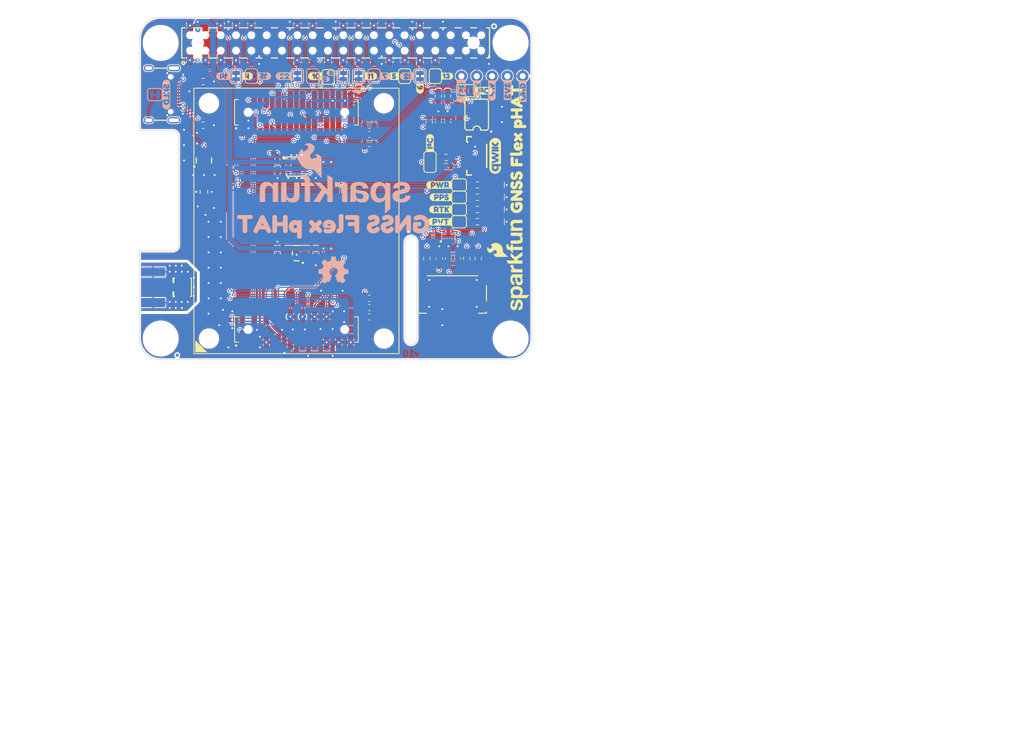
<source format=kicad_pcb>
(kicad_pcb (version 20240108) (generator "pcbnew") (generator_version "8.0")
  (title_block (title "SparkFun GNSS Flex pHAT") (date "2025-03-20") (rev "v10") (company "SparkFun Electronics") (comment 1 "Designed by: P.C."))
  (layers (0 "F.Cu" signal) (1 "In1.Cu" signal) (2 "In2.Cu" signal) (31 "B.Cu" signal) (34 "B.Paste" user) (35 "F.Paste" user) (36 "B.SilkS" user "B.Silkscreen") (37 "F.SilkS" user "F.Silkscreen") (38 "B.Mask" user) (39 "F.Mask" user) (44 "Edge.Cuts" user))
  (net 0 "")
  (net 1 "3.3V")
  (net 2 "GND")
  (net 4 "5V")
  (net 5 "VBACKUP")
  (net 7 "SDA")
  (net 8 "Net-(D6-A)")
  (net 10 "Pi_3V3")
  (net 11 "ID_SC")
  (net 12 "TXD1")
  (net 15 "RXD1")
  (net 16 "SCL")
  (net 17 "ID_SD")
  (net 21 "Net-(D1-I{slash}O2)")
  (net 22 "SD_DAT0")
  (net 23 "RTK_LED")
  (net 24 "VUSB")
  (net 25 "SD_CMD")
  (net 26 "PVT_LED")
  (net 27 "D+")
  (net 28 "SD_CLK")
  (net 30 "Net-(D1-I{slash}O1)")
  (net 31 "SD_DAT3")
  (net 32 "D-")
  (net 33 "Net-(D3-A)")
  (net 34 "Net-(D4-A)")
  (net 35 "Net-(D5-A)")
  (net 36 "Net-(J1-PICO0{slash}GPIO10)")
  (net 37 "Net-(J1-POCI0{slash}GPIO9)")
  (net 38 "Net-(J1-GCLK2{slash}GPIO6)")
  (net 39 "Net-(J1-GCLK0{slash}GPIO4)")
  (net 40 "Net-(J1-GPIO15{slash}RXD)")
  (net 41 "Net-(J1-PWM0{slash}GPIO12)")
  (net 43 "Net-(J1-GPIO14{slash}TXD)")
  (net 44 "Net-(J1-GPIO22)")
  (net 45 "Net-(J1-GPIO23)")
  (net 46 "Net-(JP1-A)")
  (net 47 "Net-(JP1-C)")
  (net 48 "Net-(JP2-A)")
  (net 49 "Net-(JP2-C)")
  (net 55 "Net-(J1-~{CE1}{slash}GPIO7)")
  (net 56 "Net-(J1-GCLK1{slash}GPIO5)")
  (net 57 "Net-(J1-GPIO25)")
  (net 58 "Net-(J1-PWM1{slash}GPIO13)")
  (net 59 "Net-(J1-SCLK0{slash}GPIO11)")
  (net 60 "Net-(J1-GPIO24)")
  (net 61 "Net-(J1-~{CE0}{slash}GPIO8)")
  (net 62 "PPS1")
  (net 63 "PPS2")
  (net 64 "EVENTA")
  (net 65 "EVENTB")
  (net 66 "Net-(J3-In)")
  (net 67 "CTS2")
  (net 68 "CTS3")
  (net 69 "TXD4")
  (net 70 "TXD3")
  (net 71 "RXD2")
  (net 72 "RTS3")
  (net 73 "TXD2")
  (net 74 "RTS2")
  (net 75 "RXD4")
  (net 76 "RXD3")
  (net 80 "Net-(J6-CC2)")
  (net 81 "Net-(J6-SHIELD)")
  (net 83 "Net-(J6-CC1)")
  (net 90 "Net-(PPS1.1-B)")
  (net 91 "Net-(PVT.1-B)")
  (net 92 "Net-(PWR.1-A)")
  (net 93 "Net-(RTK.1-B)")
  (net 94 "GPIO26")
  (net 95 "~{RST}")
  (net 96 "WP")
  (footprint "SparkFun-Jumper:Jumper_2_NC_Trace" (layer "F.Cu") (at 159.512 77.47 -90)
    (property "Reference" "JP5")
    (property "Value" "~")
  )
  (footprint "SparkFun-Aesthetic:Creative_Commons_License" (layer "F.Cu") (at 215.265 168.91)
    (property "Reference" "G3" (hide yes))
    (property "Value" "OSHW_Logo" (hide yes))
  )
  (footprint "SparkFun-Jumper:Jumper_2_NC_Trace" (layer "F.Cu") (at 131.572 77.47 -90)
    (property "Reference" "JP4")
    (property "Value" "~")
  )
  (footprint "kibuzzard-678F893B" (layer "F.Cu") (at 163.703 88.519 90)
    (property "Reference" "kibuzzard-678F893B" (hide yes))
    (property "Value" "G***" (hide yes))
  )
  (footprint "SparkFun-Resistor:R_0603_1608Metric" (layer "F.Cu") (at 166.37 92.456 180)
    (property "Reference" "R5")
    (property "Value" "3.9k")
  )
  (footprint "SparkFun-Jumper:Jumper_2_NC_Trace" (layer "F.Cu") (at 146.812 77.597 -90)
    (property "Reference" "JP10")
    (property "Value" "~")
  )
  (footprint "SparkFun-Capacitor:C_0603_1608Metric" (layer "F.Cu") (at 153.67 88.646)
    (property "Reference" "C15")
    (property "Value" "10uF")
  )
  (footprint "SparkFun-Capacitor:C_0603_1608Metric" (layer "F.Cu") (at 153.67 114.3)
    (property "Reference" "C12")
    (property "Value" "10uF")
  )
  (footprint "kibuzzard-678F8D86" (layer "F.Cu") (at 139.446 77.47)
    (property "Reference" "kibuzzard-678F8D86" (hide yes))
    (property "Value" "G***" (hide yes))
  )
  (footprint "SparkFun-LED:LED_0603_1608Metric_Blue" (layer "F.Cu") (at 174.625 101.6 180)
    (property "Reference" "D4")
    (property "Value" "Blue")
  )
  (footprint "kibuzzard-678F8DB2" (layer "F.Cu") (at 153.924 77.47)
    (property "Reference" "kibuzzard-678F8DB2" (hide yes))
    (property "Value" "G***" (hide yes))
  )
  (footprint "kibuzzard-67DC1838" (layer "F.Cu") (at 178.308 89.535 90)
    (property "Reference" "kibuzzard-67DC1838" (hide yes))
    (property "Value" "G***" (hide yes))
  )
  (footprint "SparkFun-Connector:2x10_2.0mm_Male_Pins_Vertical_SMD_Pegs" (layer "F.Cu") (at 141.57 83.46 90)
    (property "Reference" "J4")
    (property "Value" "Conn_02x10")
  )
  (footprint "SparkFun-Aesthetic:SparkFun_Logo_15mm" (layer "F.Cu") (at 178.054 108.966 90)
    (property "Reference" "G***" (hide yes))
    (property "Value" "LOGO" (hide yes))
  )
  (footprint "SparkFun-Jumper:Jumper_2_NC_Trace" (layer "F.Cu") (at 141.732 77.47 90)
    (property "Reference" "JP22")
    (property "Value" "~")
  )
  (footprint "SparkFun-Jumper:Jumper_2_NC_Trace" (layer "F.Cu") (at 168.529 95.504 180)
    (property "Reference" "PWR.1")
    (property "Value" "~")
  )
  (footprint "SparkFun-Jumper:Jumper_2_NC_Trace" (layer "F.Cu") (at 168.529 97.536)
    (property "Reference" "PPS1.1")
    (property "Value" "~")
  )
  (footprint "SparkFun-Aesthetic:Fiducial_0.5mm_Mask1mm" (layer "F.Cu") (at 121.82 123.71)
    (property "Reference" "FID4")
    (property "Value" "Fiducial_0.5mm")
  )
  (footprint "SparkFun-Capacitor:C_0603_1608Metric" (layer "F.Cu") (at 165.1 85.09 90)
    (property "Reference" "C1")
    (property "Value" "1.0uF")
  )
  (footprint "SparkFun-Jumper:Jumper_2_NC_Trace" (layer "F.Cu") (at 149.352 77.47 -90)
    (property "Reference" "JP9")
    (property "Value" "~")
  )
  (footprint "SparkFun-Resistor:R_0603_1608Metric" (layer "F.Cu") (at 163.195 107.696 90)
    (property "Reference" "R8")
    (property "Value" "10k")
  )
  (footprint "SparkFun-Capacitor:C_0603_1608Metric" (layer "F.Cu") (at 153.67 117.367)
    (property "Reference" "C10")
    (property "Value" "0.1uF")
  )
  (footprint "SparkFun-Aesthetic:Fiducial_0.5mm_Mask1mm" (layer "F.Cu") (at 174.32 69.21)
    (property "Reference" "FID1")
    (property "Value" "Fiducial_0.5mm")
  )
  (footprint "SparkFun-Capacitor:C_0603_1608Metric" (layer "F.Cu") (at 138.43 92.456 90)
    (property "Reference" "C3")
    (property "Value" "1.0uF")
  )
  (footprint "SparkFun-Connector:2x10_2.0mm_Male_Pins_Vertical_SMD_Pegs" (layer "F.Cu") (at 141.57 119.46 90)
    (property "Reference" "J2")
    (property "Value" "Conn_02x10")
  )
  (footprint "SparkFun-Resistor:R_0603_1608Metric" (layer "F.Cu") (at 171.577 95.504)
    (property "Reference" "R14")
    (property "Value" "4.7k")
  )
  (footprint "kibuzzard-678F893B" (layer "F.Cu") (at 172.67 79.883)
    (property "Reference" "kibuzzard-678F893B" (hide yes))
    (property "Value" "G***" (hide yes))
  )
  (footprint "SparkFun-Resistor:R_0603_1608Metric" (layer "F.Cu") (at 126.111 85.598 180)
    (property "Reference" "R10")
    (property "Value" "5.1k")
  )
  (footprint "SparkFun-Resistor:R_0603_1608Metric" (layer "F.Cu") (at 126.111 78.359 180)
    (property "Reference" "R9")
    (property "Value" "5.1k")
  )
  (footprint "SparkFun-Hardware:Standoff_Hole-2.75mm_Clearance-1.625mm" (layer "F.Cu") (at 119.07 120.96)
    (property "Reference" "ST6")
    (property "Value" "Standoff")
  )
  (footprint "kibuzzard-678F8E41" (layer "F.Cu") (at 144.653 77.47)
    (property "Reference" "kibuzzard-678F8E41" (hide yes))
    (property "Value" "G***" (hide yes))
  )
  (footprint "SparkFun-Capacitor:C_0603_1608Metric" (layer "F.Cu") (at 153.67 85.598)
    (property "Reference" "C13")
    (property "Value" "0.1uF")
  )
  (footprint "kibuzzard-678F8E25" (layer "F.Cu") (at 162.052 79.502 90)
    (property "Reference" "kibuzzard-678F8E25" (hide yes))
    (property "Value" "G***" (hide yes))
  )
  (footprint "SparkFun-LED:LED_0603_1608Metric_Yellow" (layer "F.Cu") (at 174.625 97.536 180)
    (property "Reference" "D5")
    (property "Value" "Yellow")
  )
  (footprint "SparkFun-Aesthetic:qwiic_6mm" (layer "F.Cu") (at 174.498 90.678 90)
    (property "Reference" "G***" (hide yes))
    (property "Value" "LOGO" (hide yes))
  )
  (footprint "SparkFun-Hardware:Standoff" (layer "F.Cu") (at 156.07 81.96)
    (property "Reference" "ST2")
    (property "Value" "Standoff")
  )
  (footprint "kibuzzard-678F8755" (layer "F.Cu") (at 165.481 97.536)
    (property "Reference" "kibuzzard-678F8755" (hide yes))
    (property "Value" "G***" (hide yes))
  )
  (footprint "SparkFun-Jumper:Jumper_2_NC_Trace" (layer "F.Cu") (at 162.052 77.47 -90)
    (property "Reference" "JP6")
    (property "Value" "~")
  )
  (footprint "SparkFun-Resistor:R_0603_1608Metric" (layer "F.Cu") (at 171.577 99.568 180)
    (property "Reference" "R11")
    (property "Value" "1k")
  )
  (footprint "SparkFun-Connector:SMA_Edge" (layer "F.Cu") (at 117.824 112.46 90)
    (property "Reference" "J7")
    (property "Value" "SMA_Edge")
  )
  (footprint "SparkFun-Resistor:R_0603_1608Metric" (layer "F.Cu") (at 163.576 85.09 -90)
    (property "Reference" "R3")
    (property "Value" "1k")
  )
  (footprint "SparkFun-Connector:1x05" (layer "F.Cu") (at 179.07 77.47 180)
    (property "Reference" "J9")
    (property "Value" "Conn_01x05")
  )
  (footprint "SparkFun-Connector:microSD_Friction_Fit_Common" (layer "F.Cu") (at 167.42 113.46)
    (property "Reference" "J5")
    (property "Value" "microSD_Friction")
  )
  (footprint "SparkFun-Capacitor:C_0603_1608Metric" (layer "F.Cu") (at 165.227 107.696 90)
    (property "Reference" "C8")
    (property "Value" "10uF")
  )
  (footprint "kibuzzard-67922FE7" (layer "F.Cu") (at 165.227 95.504)
    (property "Reference" "kibuzzard-67922FE7" (hide yes))
    (property "Value" "G***" (hide yes))
  )
  (footprint "SparkFun-Hardware:Standoff_Hole-2.75mm_Clearance-1.625mm" (layer "F.Cu") (at 119.07 71.96)
    (property "Reference" "ST5")
    (property "Value" "Standoff")
  )
  (footprint "SparkFun-Capacitor:C_0603_1608Metric" (layer "F.Cu") (at 168.275 107.696 90)
    (property "Reference" "C7")
    (property "Value" "0.1uF")
  )
  (footprint "kibuzzard-678F878F" (layer "F.Cu") (at 165.354 101.6)
    (property "Reference" "kibuzzard-678F878F" (hide yes))
    (property "Value" "G***" (hide yes))
  )
  (footprint "SparkFun-Semiconductor-Standard:SOT23-6" (layer "F.Cu") (at 126.238 91.44 90)
    (property "Reference" "D1")
    (property "Value" "DT1042-04SO")
  )
  (footprint "SparkFun-Connector:Raspberry_Pi_Shield_Top_Entry_No_Mounting_Holes" (layer "F.Cu") (at 148.07 71.96 90)
    (property "Reference" "J1")
    (property "Value" "Raspberry_Pi_2x20_SMD_Passthrough")
  )
  (footprint "SparkFun-Resistor:R_0603_1608Metric" (layer "F.Cu") (at 166.37 90.932 180)
    (property "Reference" "R4")
    (property "Value" "3.9k")
  )
  (footprint "SparkFun-Connector:JST_SMD_1.0mm-4_Vertical_Black" (layer "F.Cu") (at 171.45 90.678 -90)
    (property "Reference" "J8")
    (property "Value" "Qwiic_Vertical")
  )
  (footprint "SparkFun-Jumper:Jumper_2_NC_Trace" (layer "F.Cu") (at 164.592 77.47 -90)
    (property "Reference" "JP13")
    (property "Value" "~")
  )
  (footprint "SparkFun-Resistor:R_0603_1608Metric" (layer "F.Cu") (at 171.577 97.536 180)
    (property "Reference" "R13")
    (property "Value" "2.2k")
  )
  (footprint "SparkFun-Resistor:R_0603_1608Metric" (layer "F.Cu") (at 166.624 80.772 90)
    (property "Reference" "R2")
    (property "Value" "3.9k")
  )
  (footprint "SparkFun-Resistor:R_0603_1608Metric" (layer "F.Cu") (at 165.1 80.772 90)
    (property "Reference" "R1")
    (property "Value" "3.9k")
  )
  (footprint "SparkFun-Resistor:R_0603_1608Metric" (layer "F.Cu") (at 171.704 107.696 90)
    (property "Reference" "R6")
    (property "Value" "10k")
  )
  (footprint "SparkFun-LED:LED_0603_1608Metric_Red" (layer "F.Cu") (at 174.625 95.504 180)
    (property "Reference" "D6")
    (property "Value" "Red")
  )
  (footprint "SparkFun-Hardware:Standoff_Hole-2.75mm_Clearance-1.625mm" (layer "F.Cu") (at 177.07 120.96)
    (property "Reference" "ST7")
    (property "Value" "Standoff")
  )
  (footprint "SparkFun-Capacitor:C_0603_1608Metric" (layer "F.Cu") (at 166.751 107.696 -90)
    (property "Reference" "C9")
    (property "Value" "1.0uF")
  )
  (footprint "SparkFun-Capacitor:C_0603_1608Metric" (layer "F.Cu") (at 138.43 106.807 -90)
    (property "Reference" "C5")
    (property "Value" "1.0uF")
  )
  (footprint "SparkFun-Semiconductor-Standard:SOT23-5" (layer "F.Cu") (at 141.605 106.807 180)
    (property "Reference" "U3")
    (property "Value" "RT9080-3.3")
  )
  (footprint "SparkFun-Capacitor:C_0603_1608Metric" (layer "F.Cu") (at 153.67 115.824 180)
    (property "Reference" "C11")
    (property "Value" "1.0uF")
  )
  (footprint "SparkFun-Connector:U.FL" (layer "F.Cu") (at 122.682 112.46 180)
    (property "Reference" "J3")
    (property "Value" "U.FL")
  )
  (footprint "SparkFun-Capacitor:C_0603_1608Metric" (layer "F.Cu") (at 144.78 106.807 90)
    (property "Reference" "C4")
    (property "Value" "1.0uF")
  )
  (footprint "SparkFun-Semiconductor-Standard:UDFN-8" (layer "F.Cu") (at 141.57 92.46)
    (property "Reference" "U2")
    (property "Value" "AP7361C-3.3V")
  )
  (footprint "SparkFun-Hardware:Standoff" (layer "F.Cu") (at 127.07 120.96)
    (property "Reference" "ST4")
    (property "Value" "Standoff")
  )
  (footprint "kibuzzard-678F8E11" (layer "F.Cu") (at 157.607 77.47)
    (property "Reference" "kibuzzard-678F8E11" (hide yes))
    (property "Value" "G***" (hide yes))
  )
  (footprint "SparkFun-Capacitor:C_0603_1608Metric" (layer "F.Cu") (at 166.624 85.09 90)
    (property "Reference" "C6")
    (property "Value" "0.1uF")
  )
  (footprint "SparkFun-Capacitor:C_0603_1608Metric" (layer "F.Cu") (at 144.78 92.456 90)
    (property "Reference" "C2")
    (property "Value" "1.0uF")
  )
  (footprint "SparkFun-Hardware:Standoff" (layer "F.Cu") (at 156.07 120.96)
    (property "Reference" "ST3")
    (property "Value" "Standoff")
  )
  (footprint "kibuzzard-67922E39" (layer "F.Cu") (at 166.57 77.46)
    (property "Reference" "kibuzzard-67922E39" (hide yes))
    (property "Value" "G***" (hide yes))
  )
  (footprint "SparkFun-Jumper:Jumper_2_NC_Trace" (layer "F.Cu") (at 168.529 99.568)
    (property "Reference" "RTK.1")
    (property "Value" "~")
  )
  (footprint "kibuzzard-678F8777" (layer "F.Cu") (at 165.481 99.568)
    (property "Reference" "kibuzzard-678F8777" (hide yes))
    (property "Value" "G***" (hide yes))
  )
  (footprint "SparkFun-Resistor:R_0603_1608Metric" (layer "F.Cu") (at 169.799 107.696 90)
    (property "Reference" "R7")
    (property "Value" "10k")
  )
  (footprint "SparkFun-Resistor:R_0603_1608Metric" (layer "F.Cu") (at 171.577 101.6 180)
    (property "Reference" "R12")
    (property "Value" "2.2k")
  )
  (footprint "SparkFun-Capacitor:C_0603_1608Metric" (layer "F.Cu") (at 153.67 87.122 180)
    (property "Reference" "C14")
    (property "Value" "1.0uF")
  )
  (footprint "SparkFun-Connector:USB-C_16" (layer "F.Cu") (at 122.17 80.46 -90)
    (property "Reference" "J6")
    (property "Value" "USB_C_Receptacle")
  )
  (footprint "SparkFun-Jumper:Jumper_2_NC_Trace" (layer "F.Cu") (at 168.529 101.6)
    (property "Reference" "PVT.1")
    (property "Value" "~")
  )
  (footprint "SparkFun-Hardware:Standoff_Hole-2.75mm_Clearance-1.625mm" (layer "F.Cu") (at 177.07 71.96)
    (property "Reference" "ST8")
    (property "Value" "Standoff")
  )
  (footprint "SparkFun-Semiconductor-Standard:SO-8" (layer "F.Cu") (at 171.45 83.82 180)
    (property "Reference" "U1")
    (property "Value" "CAT24C512WI-GT3")
  )
  (footprint "SparkFun-Jumper:Jumper_3_NO" (layer "F.Cu") (at 169.672 79.883 180)
    (property "Reference" "JP2")
    (property "Value" "~")
  )
  (footprint "SparkFun-LED:LED_0603_1608Metric_White" (layer "F.Cu") (at 174.625 99.568 180)
    (property "Reference" "D3")
    (property "Value" "White")
  )
  (footprint "kibuzzard-678F8D59" (layer "F.Cu") (at 133.477 77.47)
    (property "Reference" "kibuzzard-678F8D59" (hide yes))
    (property "Value" "G***" (hide yes))
  )
  (footprint "SparkFun-Hardware:Standoff" (layer "F.Cu") (at 127.07 81.96)
    (property "Reference" "ST1")
    (property "Value" "Standoff")
  )
  (footprint "SparkFun-Jumper:Jumper_2_NC_Trace" (layer "F.Cu") (at 151.892 77.47 -90)
    (property "Reference" "JP11")
    (property "Value" "~")
  )
  (footprint "SparkFun-Jumper:Jumper_3_NC-2_Trace" (layer "F.Cu") (at 163.703 91.694 90)
    (property "Reference" "JP1")
    (property "Value" "~")
  )
  (footprint "SparkFun-Semiconductor-Standard:SOT-353" (layer "F.Cu") (at 166.751 104.013 90)
    (property "Reference" "D2")
    (property "Value" "DF5A5.6LFU")
  )
  (footprint "SparkFun-Coil:RFCMF1220100M4T" (layer "F.Cu") (at 126.238 96.647 -90)
    (property "Reference" "TR1")
    (property "Value" "RFCMF1220100M4T")
  )
  (footprint "kibuzzard-678F8F2B" (layer "B.Cu") (at 136.271 77.47 180)
    (property "Reference" "kibuzzard-678F8F2B" (hide yes))
    (property "Value" "G***" (hide yes))
  )
  (footprint "SparkFun-Connector:TestPoint-1.25mm" (layer "B.Cu") (at 146.57 121.585 180)
    (property "Reference" "TP24")
    (property "Value" "1.25mm")
  )
  (footprint "kibuzzard-678F8ED3" (layer "B.Cu") (at 147.447 76.962 180)
    (property "Reference" "kibuzzard-678F8ED3" (hide yes))
    (property "Value" "G***" (hide yes))
  )
  (footprint "SparkFun-Connector:TestPoint-1.25mm" (layer "B.Cu") (at 148.57 121.585 180)
    (property "Reference" "TP25")
    (property "Value" "1.25mm")
  )
  (footprint "SparkFun-Aesthetic:Fiducial_0.5mm_Mask1mm" (layer "B.Cu") (at 174.32 69.21 180)
    (property "Reference" "FID3")
    (property "Value" "Fiducial_0.5mm")
  )
  (footprint "SparkFun-Connector:TestPoint-1.25mm" (layer "B.Cu") (at 164.592 74.803 180)
    (property "Reference" "TP14")
    (property "Value" "1.25mm")
  )
  (footprint "SparkFun-Connector:TestPoint-1.25mm" (layer "B.Cu") (at 129.032 69.088 180)
    (property "Reference" "TP31")
    (property "Value" "1.25mm")
  )
  (footprint "SparkFun-Connector:TestPoint-1.25mm" (layer "B.Cu") (at 150.57 121.585 180)
    (property "Reference" "TP26")
    (property "Value" "1.25mm" (hide yes))
  )
  (footprint "kibuzzard-678F8E95" (layer "B.Cu") (at 159.893 77.47 180)
    (property "Reference" "kibuzzard-678F8E95" (hide yes))
    (property "Value" "G***" (hide yes))
  )
  (footprint "SparkFun-Connector:TestPoint-1.25mm" (layer "B.Cu") (at 151.892 69.088 180)
    (property "Reference" "TP9")
    (property "Value" "1.25mm")
  )
  (footprint "SparkFun-Connector:TestPoint-1.25mm" (layer "B.Cu") (at 151.892 74.803 180)
    (property "Reference" "TP12")
    (property "Value" "1.25mm")
  )
  (footprint "kibuzzard-679237B7" (layer "B.Cu") (at 176.57 79.76 -90)
    (property "Reference" "kibuzzard-679237B7" (hide yes))
    (property "Value" "G***" (hide yes))
  )
  (footprint "SparkFun-Connector:TestPoint-1.25mm" (layer "B.Cu") (at 140.57 117.335 180)
    (property "Reference" "TP30")
    (property "Value" "1.25mm")
  )
  (footprint "SparkFun-Jumper:Jumper_2_NC_Trace" (layer "B.Cu") (at 141.732 77.47 90)
    (property "Reference" "JP23")
    (property "Value" "~")
  )
  (footprint "SparkFun-Connector:TestPoint-1.25mm" (layer "B.Cu") (at 149.352 74.803 180)
    (property "Reference" "TP10")
    (property "Value" "1.25mm")
  )
  (footprint "SparkFun-Connector:TestPoint-1.25mm" (layer "B.Cu") (at 154.432 69.088 180)
    (property "Reference" "TP8")
    (property "Value" "1.25mm")
  )
  (footprint "SparkFun-Aesthetic:Fiducial_0.5mm_Mask1mm" (layer "B.Cu") (at 121.82 123.71 180)
    (property "Reference" "FID2")
    (property "Value" "Fiducial_0.5mm")
  )
  (footprint "kibuzzard-67923645" (layer "B.Cu") (at 151.87 79.56 -90)
    (property "Reference" "kibuzzard-67923645" (hide yes))
    (property "Value" "G***" (hide yes))
  )
  (footprint "SparkFun-Jumper:Jumper_2_NC_Trace" (layer "B.Cu") (at 154.432 77.47 -90)
    (property "Reference" "JP7")
    (property "Value" "~")
  )
  (footprint "SparkFun-Connector:TestPoint-1.25mm" (layer "B.Cu") (at 156.972 69.088 180)
    (property "Reference" "TP2")
    (property "Value" "1.25mm")
  )
  (footprint "SparkFun-Jumper:Jumper_2_NC_Trace" (layer "B.Cu") (at 162.052 77.47 -90)
    (property "Reference" "JP12")
    (property "Value" "~")
  )
  (footprint "SparkFun-Connector:TestPoint-1.25mm" (layer "B.Cu") (at 156.972 74.803 180)
    (property "Reference" "TP1")
    (property "Value" "1.25mm")
  )
  (footprint "kibuzzard-678F8F11" (layer "B.Cu") (at 139.446 77.47 180)
    (property "Reference" "kibuzzard-678F8F11" (hide yes))
    (property "Value" "G***" (hide yes))
  )
  (footprint "kibuzzard-678F8EB4" (layer "B.Cu") (at 156.337 77.47 180)
    (property "Reference" "kibuzzard-678F8EB4" (hide yes))
    (property "Value" "G***" (hide yes))
  )
  (footprint "SparkFun-Aesthetic:OSHW_Logo_5mm" (layer "B.Cu") (at 147.701 109.855 180)
    (property "Reference" "Ref**" (hide yes))
    (property "Value" "Val**" (hide yes))
  )
  (footprint "SparkFun-Connector:TestPoint-1.25mm" (layer "B.Cu") (at 141.732 69.088 180)
    (property "Reference" "TP18")
    (property "Value" "1.25mm")
  )
  (footprint "SparkFun-Connector:TestPoint-1.25mm" (layer "B.Cu") (at 142.57 117.335 180)
    (property "Reference" "TP29")
    (property "Value" "1.25mm")
  )
  (footprint "kibuzzard-678F8AD2" (layer "B.Cu") (at 168.87 79.96 -90)
    (property "Reference" "kibuzzard-678F8AD2" (hide yes))
    (property "Value" "G***" (hide yes))
  )
  (footprint "SparkFun-Connector:TestPoint-1.25mm" (layer "B.Cu") (at 131.572 69.088 180)
    (property "Reference" "TP15")
    (property "Value" "1.25mm")
  )
  (footprint "SparkFun-Connector:TestPoint-1.25mm" (layer "B.Cu") (at 149.352 69.088 180)
    (property "Reference" "TP20")
    (property "Value" "1.25mm")
  )
  (footprint "SparkFun-Connector:TestPoint-1.25mm" (layer "B.Cu") (at 131.572 74.803 180)
    (property "Reference" "TP5")
    (property "Value" "1.25mm")
  )
  (footprint "SparkFun-Jumper:Jumper_2_NC_Trace" (layer "B.Cu") (at 134.112 77.47 90)
    (property "Reference" "JP15")
    (property "Value" "~")
  )
  (footprint "kibuzzard-678F8F42" (layer "B.Cu") (at 129.413 77.47 180)
    (property "Reference" "kibuzzard-678F8F42" (hide yes))
    (property "Value" "G***" (hide yes))
  )
  (footprint "SparkFun-Jumper:Jumper_2_NC_Trace" (layer "B.Cu") (at 118.11 80.518 180)
    (property "Reference" "JP3")
    (property "Value" "~")
  )
  (footprint "SparkFun-Connector:TestPoint-1.25mm" (layer "B.Cu") (at 144.57 117.335 180)
    (property "Reference" "TP28")
    (property "Value" "1.25mm")
  )
  (footprint "SparkFun-Connector:TestPoint-1.25mm" (layer "B.Cu") (at 123.952 74.803 180)
    (property "Reference" "TP23")
    (property "Value" "1.25mm")
  )
  (footprint "kibuzzard-678F918F" (layer "B.Cu") (at 173.97 79.86 -90)
    (property "Reference" "kibuzzard-678F918F" (hide yes))
    (property "Value" "G***" (hide yes))
  )
  (footprint "kibuzzard-67922EA6" (layer "B.Cu") (at 171.47 79.56 -90)
    (property "Reference" "kibuzzard-67922EA6" (hide yes))
    (property "Value" "G***" (hide yes))
  )
  (footprint "SparkFun-Connector:TestPoint-1.25mm" (layer "B.Cu") (at 123.952 69.088 180)
    (property "Reference" "TP22")
    (property "Value" "1.25mm")
  )
  (footprint "SparkFun-Jumper:Jumper_2_NC_Trace" (layer "B.Cu") (at 151.892 77.47 -90)
    (property "Reference" "JP8")
    (property "Value" "~")
  )
  (footprint "SparkFun-Connector:TestPoint-1.25mm" (layer "B.Cu") (at 144.272 69.088 180)
    (property "Reference" "TP19")
    (property "Value" "1.25mm")
  )
  (footprint "SparkFun-Connector:TestPoint-1.25mm" (layer "B.Cu") (at 159.512 74.803 180)
    (property "Reference" "TP6")
    (property "Value" "1.25mm")
  )
  (footprint "SparkFun-Connector:TestPoint-1.25mm" (layer "B.Cu") (at 146.57 117.335 180)
    (property "Reference" "TP27")
    (property "Value" "1.25mm")
  )
  (footprint "SparkFun-Jumper:Jumper_2_NC_Trace" (layer "B.Cu") (at 144.272 77.47 90)
    (property "Reference" "JP24")
    (property "Value" "~")
  )
  (footprint "SparkFun-Aesthetic:SparkFun_Logo_25mm" (layer "B.Cu") (at 148.463 96.52 180)
    (property "Reference" "G***" (hide yes))
    (property "Value" "LOGO" (hide yes))
  )
  (footprint "kibuzzard-679237A8" (layer "B.Cu") (at 179.07 79.96 -90)
    (property "Reference" "kibuzzard-679237A8" (hide yes))
    (property "Value" "G***" (hide yes))
  )
  (footprint "SparkFun-Jumper:Jumper_2_NC_Trace" (layer "B.Cu") (at 131.572 77.47 90)
    (property "Reference" "JP14")
    (property "Value" "~")
  )
  (footprint "SparkFun-Connector:TestPoint-1.25mm" (layer "B.Cu") (at 162.052 74.803 180)
    (property "Reference" "TP7")
    (property "Value" "1.25mm")
  )
  (footprint "SparkFun-Connector:TestPoint-1.25mm" (layer "B.Cu") (at 162.052 69.088 180)
    (property "Reference" "TP13")
    (property "Value" "1.25mm")
  )
  (footprint "SparkFun-Connector:TestPoint-1.25mm" (layer "B.Cu") (at 136.57 121.585 180)
    (property "Reference" "TP21")
    (property "Value" "1.25mm")
  )
  (footprint "SparkFun-Jumper:Jumper_2_NC_Trace" (layer "B.Cu") (at 149.352 77.47 90)
    (property "Reference" "JP25")
    (property "Value" "~")
  )
  (footprint "kibuzzard-678F8EED" (layer "B.Cu") (at 146.177 77.978 180)
    (property "Reference" "kibuzzard-678F8EED" (hide yes))
    (property "Value" "G***" (hide yes))
  )
  (footprint "SparkFun-Connector:TestPoint-1.25mm" (layer "B.Cu") (at 134.112 69.088 180)
    (property "Reference" "TP16")
    (property "Value" "1.25mm")
  )
  (footprint "kibuzzard-678F92B8" (layer "B.Cu") (at 120.015 80.518 -90)
    (property "Reference" "kibuzzard-678F92B8" (hide yes))
    (property "Value" "G***" (hide yes))
  )
  (footprint "SparkFun-Connector:TestPoint-1.25mm" (layer "B.Cu") (at 141.732 74.803 180)
    (property "Reference" "TP17")
    (property "Value" "1.25mm")
  )
  (footprint "kibuzzard-67DC18B6" (layer "B.Cu") (at 147.67 102.36 180)
    (property "Reference" "kibuzzard-67DC18B6" (hide yes))
    (property "Value" "G***" (hide yes))
  )
  (footprint "SparkFun-Connector:TestPoint-1.25mm" (layer "B.Cu") (at 129.032 74.803 180)
    (property "Reference" "TP4")
    (property "Value" "1.25mm")
  )
  (footprint "SparkFun-Connector:TestPoint-1.25mm" (layer "B.Cu") (at 126.492 74.803 180)
    (property "Reference" "TP3")
    (property "Value" "1.25mm")
  )
  (footprint "SparkFun-Connector:TestPoint-1.25mm" (layer "B.Cu") (at 146.812 74.803 180)
    (property "Reference" "TP11")
    (property "Value" "1.25mm")
  )
  (gr_rect (start 124.57 79.46) (end 158.57 123.46) (stroke (width 0.15)) (fill none) (layer "F.SilkS"))
  (gr_poly (pts (xy 124.87 123.16) (xy 124.87 121.41) (xy 126.62 123.16)) (stroke (width 0.15)) (fill solid) (layer "F.SilkS"))
  (gr_arc (start 121.07 86.46) (mid 121.777107 86.752893) (end 122.07 87.46) (stroke (width 0.1)) (layer "Edge.Cuts"))
  (gr_arc (start 119.07 124.46) (mid 116.595126 123.434874) (end 115.57 120.96) (stroke (width 0.1)) (layer "Edge.Cuts"))
  (gr_line (start 115.57 106.46) (end 115.57 120.96) (stroke (width 0.1)) (layer "Edge.Cuts"))
  (gr_line (start 119.07 124.46) (end 177.07 124.46) (stroke (width 0.1)) (layer "Edge.Cuts"))
  (gr_line (start 119.07 67.71) (end 177.07 67.71) (stroke (width 0.1)) (layer "Edge.Cuts"))
  (gr_line (start 180.57 120.96) (end 180.57 71.21) (stroke (width 0.1)) (layer "Edge.Cuts"))
  (gr_line (start 161.57 120.96) (end 161.57 104.96) (stroke (width 0.1)) (layer "Edge.Cuts"))
  (gr_line (start 122.07 87.46) (end 122.07 105.46) (stroke (width 0.1)) (layer "Edge.Cuts"))
  (gr_line (start 115.57 71.21) (end 115.57 86.46) (stroke (width 0.1)) (layer "Edge.Cuts"))
  (gr_arc (start 115.57 71.21) (mid 116.595126 68.735126) (end 119.07 67.71) (stroke (width 0.1)) (layer "Edge.Cuts"))
  (gr_arc (start 177.07 67.71) (mid 179.544874 68.735126) (end 180.57 71.21) (stroke (width 0.1)) (layer "Edge.Cuts"))
  (gr_line (start 115.57 86.46) (end 121.07 86.46) (stroke (width 0.1)) (layer "Edge.Cuts"))
  (gr_arc (start 180.57 120.96) (mid 179.544874 123.434874) (end 177.07 124.46) (stroke (width 0.1)) (layer "Edge.Cuts"))
  (gr_arc (start 161.57 120.96) (mid 160.57 121.96) (end 159.57 120.96) (stroke (width 0.1)) (layer "Edge.Cuts"))
  (gr_arc (start 159.57 104.96) (mid 160.57 103.96) (end 161.57 104.96) (stroke (width 0.1)) (layer "Edge.Cuts"))
  (gr_line (start 121.07 106.46) (end 115.57 106.46) (stroke (width 0.1)) (layer "Edge.Cuts"))
  (gr_arc (start 122.07 105.46) (mid 121.777107 106.167107) (end 121.07 106.46) (stroke (width 0.1)) (layer "Edge.Cuts"))
  (gr_line (start 159.57 120.96) (end 159.57 104.96) (stroke (width 0.1)) (layer "Edge.Cuts"))
  (gr_text "v10" (at 160.528 123.444 0) (layer "B.Cu" knockout) (effects (font (size 1.016 1.016) (thickness 0.254) (bold yes)) (justify mirror)))
  (segment (start 132.57 119.87) (end 132.207 119.507) (width 0.5588) (layer "F.Cu") (net 1))
  (segment (start 138.43 91.681) (end 138.43 90.17) (width 0.5588) (layer "F.Cu") (net 1))
  (segment (start 162.56 85.915) (end 163.576 85.915) (width 0.1778) (layer "F.Cu") (net 1))
  (segment (start 152.895 114.3) (end 152.895 115.824) (width 0.5588) (layer "F.Cu") (net 1))
  (segment (start 152.4 81.915) (end 151.82 81.335) (width 0.5588) (layer "F.Cu") (net 1))
  (segment (start 152.895 88.646) (end 152.895 89.776) (width 0.5588) (layer "F.Cu") (net 1))
  (segment (start 165.227 108.471) (end 166.751 108.471) (width 0.5588) (layer "F.Cu") (net 1))
  (segment (start 168.51 85.865) (end 168.65 85.725) (width 0.1778) (layer "F.Cu") (net 1))
  (segment (start 139.332 91.681) (end 138.43 91.681) (width 0.3048) (layer "F.Cu") (net 1))
  (segment (start 152.895 87.122) (end 152.895 85.598) (width 0.5588) (layer "F.Cu") (net 1))
  (segment (start 151.82 81.335) (end 150.57 81.335) (width 0.5588) (layer "F.Cu") (net 1))
  (segment (start 163.195 106.871) (end 163.195 105.664) (width 0.1778) (layer "F.Cu") (net 1))
  (segment (start 152.895 115.824) (end 152.895 117.367) (width 0.5588) (layer "F.Cu") (net 1))
  (segment (start 140.195 91.485) (end 139.528 91.485) (width 0.3048) (layer "F.Cu") (net 1))
  (segment (start 152.895 88.646) (end 152.895 87.122) (width 0.5588) (layer "F.Cu") (net 1))
  (segment (start 169.672 79.883) (end 169.672 81.153) (width 0.1778) (layer "F.Cu") (net 1))
  (segment (start 171.188 90.178) (end 171.196 90.17) (width 0.1778) (layer "F.Cu") (net 1))
  (segment (start 166.751 108.471) (end 168.275 108.471) (width 0.5588) (layer "F.Cu") (net 1))
  (segment (start 132.57 85.585) (end 132.57 87.612) (width 0.5588) (layer "F.Cu") (net 1))
  (segment (start 168.0083 94.2213) (end 167.894 94.107) (width 0.1524) (layer "F.Cu") (net 1))
  (segment (start 132.57 87.612) (end 132.588 87.63) (width 0.5588) (layer "F.Cu") (net 1))
  (segment (start 166.624 85.865) (end 168.51 85.865) (width 0.1778) (layer "F.Cu") (net 1))
  (segment (start 132.57 121.585) (end 132.57 119.87) (width 0.5588) (layer "F.Cu") (net 1))
  (segment (start 150.602 117.367) (end 150.57 117.335) (width 0.5588) (layer "F.Cu") (net 1))
  (segment (start 169.939 90.178) (end 171.188 90.178) (width 0.1778) (layer "F.Cu") (net 1))
  (segment (start 152.895 85.598) (end 152.895 84.315) (width 0.5588) (layer "F.Cu") (net 1))
  (segment (start 152.895 117.367) (end 150.602 117.367) (width 0.5588) (layer "F.Cu") (net 1))
  (segment (start 152.4 83.82) (end 152.4 81.915) (width 0.5588) (layer "F.Cu") (net 1))
  (segment (start 152.895 89.776) (end 152.908 89.789) (width 0.5588) (layer "F.Cu") (net 1))
  (segment (start 165.1 85.865) (end 166.624 85.865) (width 0.1778) (layer "F.Cu") (net 1))
  (segment (start 168.0083 95.504) (end 168.0083 94.2213) (width 0.1524) (layer "F.Cu") (net 1))
  (segment (start 137.16 90.17) (end 138.43 90.17) (width 0.5588) (layer "F.Cu") (net 1))
  (segment (start 152.895 114.3) (end 152.895 113.17) (width 0.5588) (layer "F.Cu") (net 1))
  (segment (start 152.895 113.17) (end 152.908 113.157) (width 0.5588) (layer "F.Cu") (net 1))
  (segment (start 171.704 106.871) (end 171.704 105.664) (width 0.1778) (layer "F.Cu") (net 1))
  (segment (start 165.227 108.471) (end 165.227 109.601) (width 0.5588) (layer "F.Cu") (net 1))
  (segment (start 168.275 117.39) (end 168.32 117.435) (width 0.4064) (layer "F.Cu") (net 1))
  (segment (start 163.576 85.915) (end 165.05 85.915) (width 0.1778) (layer "F.Cu") (net 1))
  (segment (start 139.528 91.485) (end 139.332 91.681) (width 0.3048) (layer "F.Cu") (net 1))
  (segment (start 169.799 106.871) (end 169.799 105.664) (width 0.1778) (layer "F.Cu") (net 1))
  (segment (start 152.895 84.315) (end 152.4 83.82) (width 0.5588) (layer "F.Cu") (net 1))
  (segment (start 163.703 91.694) (end 162.306 91.694) (width 0.1778) (layer "F.Cu") (net 1))
  (segment (start 165.05 85.915) (end 165.1 85.865) (width 0.1778) (layer "F.Cu") (net 1))
  (segment (start 168.275 108.471) (end 168.275 117.39) (width 0.4064) (layer "F.Cu") (net 1))
  (via (at 162.56 85.915) (size 0.6096) (drill 0.3048) (layers "F.Cu" "B.Cu") (net 1))
  (via (at 152.908 89.789) (size 0.6096) (drill 0.3048) (layers "F.Cu" "B.Cu") (net 1))
  (via (at 165.227 109.601) (size 0.6096) (drill 0.3048) (layers "F.Cu" "B.Cu") (net 1))
  (via (at 132.207 119.507) (size 0.6096) (drill 0.3048) (layers "F.Cu" "B.Cu") (net 1))
  (via (at 137.16 90.17) (size 0.6096) (drill 0.3048) (layers "F.Cu" "B.Cu") (net 1))
  (via (at 132.588 87.63) (size 0.6096) (drill 0.3048) (layers "F.Cu" "B.Cu") (net 1))
  (via (at 152.908 113.157) (size 0.6096) (drill 0.3048) (layers "F.Cu" "B.Cu") (net 1))
  (via (at 138.43 90.17) (size 0.6096) (drill 0.3048) (layers "F.Cu" "B.Cu") (net 1))
  (via (at 169.799 105.664) (size 0.6096) (drill 0.3048) (layers "F.Cu" "B.Cu") (net 1))
  (via (at 163.195 105.664) (size 0.6096) (drill 0.3048) (layers "F.Cu" "B.Cu") (net 1))
  (via (at 171.196 90.17) (size 0.6096) (drill 0.3048) (layers "F.Cu" "B.Cu") (net 1))
  (via (at 169.672 81.153) (size 0.6096) (drill 0.3048) (layers "F.Cu" "B.Cu") (net 1))
  (via (at 167.894 94.107) (size 0.6096) (drill 0.3048) (layers "F.Cu" "B.Cu") (net 1))
  (via (at 162.306 91.694) (size 0.6096) (drill 0.3048) (layers "F.Cu" "B.Cu") (net 1))
  (via (at 171.704 105.664) (size 0.6096) (drill 0.3048) (layers "F.Cu" "B.Cu") (net 1))
  (segment (start 121.83 83.685) (end 121.568 83.947) (width 0.1778) (layer "F.Cu") (net 2))
  (segment (start 121.557 76.962) (end 120.142 76.962) (width 0.1778) (layer "F.Cu") (net 2))
  (segment (start 122.74325 83.685) (end 122.75125 83.693) (width 0.1778) (layer "F.Cu") (net 2))
  (segment (start 121.83 77.235) (end 121.557 76.962) (width 0.1778) (layer "F.Cu") (net 2))
  (segment (start 121.83 77.235) (end 122.79 77.235) (width 0.1778) (layer "F.Cu") (net 2))
  (segment (start 122.79 77.235) (end 122.809 77.216) (width 0.1778) (layer "F.Cu") (net 2))
  (segment (start 126.238 92.7401) (end 126.238 93.853) (width 0.1778) (layer "F.Cu") (net 2))
  (segment (start 121.568 83.947) (end 120.142 83.947) (width 0.1778) (layer "F.Cu") (net 2))
  (segment (start 121.83 83.685) (end 122.74325 83.685) (width 0.1778) (layer "F.Cu") (net 2))
  (via (at 127 116.84) (size 0.6096) (drill 0.3048) (layers "F.Cu" "B.Cu") (net 2))
  (via (at 176.403 99.568) (size 0.6096) (drill 0.3048) (layers "F.Cu" "B.Cu") (net 2))
  (via (at 125.222 99.06) (size 0.6096) (drill 0.3048) (layers "F.Cu" "B.Cu") (net 2))
  (via (at 165.862 69.723) (size 0.6096) (drill 0.3048) (layers "F.Cu" "B.Cu") (net 2))
  (via (at 130.302 69.723) (size 0.6096) (drill 0.3048) (layers "F.Cu" "B.Cu") (net 2))
  (via (at 173.482 75.438) (size 0.6096) (drill 0.3048) (layers "F.Cu" "B.Cu") (net 2))
  (via (at 124.57 112.39) (size 0.6096) (drill 0.3048) (layers "F.Cu" "B.Cu") (remove_unused_layers yes) (zone_layer_connections "F.Cu" "In1.Cu" "B.Cu") (net 2))
  (via (at 122.936 88.9) (size 0.6096) (drill 0.3048) (layers "F.Cu" "B.Cu") (net 2))
  (via (at 149.606 81.534) (size 0.6096) (drill 0.3048) (layers "F.Cu" "B.Cu") (net 2))
  (via (at 128.016 93.853) (size 0.6096) (drill 0.3048) (layers "F.Cu" "B.Cu") (net 2))
  (via (at 124.57 110.89) (size 0.6096) (drill 0.3048) (layers "F.Cu" "B.Cu") (remove_unused_layers yes) (zone_layer_connections "F.Cu" "In1.Cu" "B.Cu") (net 2))
  (via (at 121.57 108.89) (size 0.6096) (drill 0.3048) (layers "F.Cu" "B.Cu") (remove_unused_layers yes) (zone_layer_connections "F.Cu" "In1.Cu" "B.Cu") (net 2))
  (via (at 155.702 75.438) (size 0.6096) (drill 0.3048) (layers "F.Cu" "B.Cu") (net 2))
  (via (at 141.605 90.551) (size 0.6096) (drill 0.3048) (layers "F.Cu" "B.Cu") (net 2))
  (via (at 176.403 97.536) (size 0.6096) (drill 0.3048) (layers "F.Cu" "B.Cu") (net 2))
  (via (at 140.462 69.723) (size 0.6096) (drill 0.3048) (layers "F.Cu" "B.Cu") (net 2))
  (via (at 171.196 89.154) (size 0.6096) (drill 0.3048) (layers "F.Cu" "B.Cu") (net 2))
  (via (at 123.57 109.89) (size 0.6096) (drill 0.3048) (layers "F.Cu" "B.Cu") (remove_unused_layers yes) (zone_layer_connections "F.Cu" "In1.Cu" "B.Cu") (net 2))
  (via (at 127.889 78.359) (size 0.6096) (drill 0.3048) (layers "F.Cu" "B.Cu") (net 2))
  (via (at 148.082 69.723) (size 0.6096) (drill 0.3048) (layers "F.Cu" "B.Cu") (net 2))
  (via (at 168.275 105.664) (size 0.6096) (drill 0.3048) (layers "F.Cu" "B.Cu") (net 2))
  (via (at 120.142 76.962) (size 0.6096) (drill 0.3048) (layers "F.Cu" "B.Cu") (net 2))
  (via (at 129.032 104.14) (size 0.6096) (drill 0.3048) (layers "F.Cu" "B.Cu") (net 2))
  (via (at 122.75125 83.693) (size 0.6096) (drill 0.3048) (layers "F.Cu" "B.Cu") (net 2))
  (via (at 160.782 68.453) (size 0.6096) (drill 0.3048) (layers "F.Cu" "B.Cu") (net 2))
  (via (at 138.43 104.902) (size 0.6096) (drill 0.3048) (layers "F.Cu" "B.Cu") (net 2))
  (via (at 124.46 93.853) (size 0.6096) (drill 0.3048) (layers "F.Cu" "B.Cu") (net 2))
  (via (at 122.936 91.44) (size 0.6096) (drill 0.3048) (layers "F.Cu" "B.Cu") (net 2))
  (via (at 127 109.22) (size 0.6096) (drill 0.3048) (layers "F.Cu" "B.Cu") (net 2))
  (via (at 140.97 119.46) (size 0.6096) (drill 0.3048) (layers "F.Cu" "B.Cu") (net 2))
  (via (at 149.479 116.459) (size 0.6096) (drill 0.3048) (layers "F.Cu" "B.Cu") (net 2))
  (via (at 163.576 115.697) (size 0.6096) (drill 0.3048) (layers "F.Cu" "B.Cu") (net 2))
  (via (at 124.57 113.89) (size 0.6096) (drill 0.3048) (layers "F.Cu" "B.Cu") (remove_unused_layers yes) (zone_layer_connections "F.Cu" "In1.Cu" "B.Cu") (net 2))
  (via (at 147.574 116.459) (size 0.6096) (drill 0.3048) (layers "F.Cu" "B.Cu") (net 2))
  (via (at 129.413 116.205) (size 0.6096) (drill 0.3048) (layers "F.Cu" "B.Cu") (net 2))
  (via (at 135.001 119.507) (size 0.6096) (drill 0.3048) (layers "F.Cu" "B.Cu") (net 2))
  (via (at 120.57 114.89) (size 0.6096) (drill 0.3048) (layers "F.Cu" "B.Cu") (remove_unused_layers yes) (zone_layer_connections "F.Cu" "In1.Cu" "B.Cu") (net 2))
  (via (at 165.862 68.453) (size 0.6096) (drill 0.3048) (layers "F.Cu" "B.Cu") (net 2))
  (via (at 135.382 75.438) (size 0.6096) (drill 0.3048) (layers "F.Cu" "B.Cu") (net 2))
  (via (at 120.57 108.89) (size 0.6096) (drill 0.3048) (layers "F.Cu" "B.Cu") (remove_unused_layers yes) (zone_layer_connections "F.Cu" "In1.Cu" "B.Cu") (net 2))
  (via (at 121.57 109.89) (size 0.6096) (drill 0.3048) (layers "F.Cu" "B.Cu") (remove_unused_layers yes) (zone_layer_connections "F.Cu" "In1.Cu" "B.Cu") (net 2))
  (via (at 120.142 83.947) (size 0.6096) (drill 0.3048) (layers "F.Cu" "B.Cu") (net 2))
  (via (at 142.494 90.551) (size 0.6096) (drill 0.3048) (layers "F.Cu" "B.Cu") (net 2))
  (via (at 129.032 101.6) (size 0.6096) (drill 0.3048) (layers "F.Cu" "B.Cu") (net 2))
  (via (at 166.751 105.664) (size 0.6096) (drill 0.3048) (layers "F.Cu" "B.Cu") (net 2))
  (via (at 144.78 94.361) (size 0.6096) (drill 0.3048) (layers "F.Cu" "B.Cu") (net 2))
  (via (at 175.641 82.55) (size 0.6096) (drill 0.3048) (layers "F.Cu" "B.Cu") (net 2))
  (via (at 122.809 77.216) (size 0.6096) (drill 0.3048) (layers "F.Cu" "B.Cu") (net 2))
  (via (at 122.936 86.36) (size 0.6096) (drill 0.3048) (layers "F.Cu" "B.Cu") (net 2))
  (via (at 171.45 115.697) (size 0.6096) (drill 0.3048) (layers "F.Cu" "B.Cu") (net 2))
  (via (at 145.669 113.03) (size 0.6096) (drill 0.3048) (layers "F.Cu" "B.Cu") (net 2))
  (via (at 165.1 83.312) (size 0.6096) (drill 0.3048) (layers "F.Cu" "B.Cu") (net 2))
  (via (at 173.482 74.168) (size 0.6096) (drill 0.3048) (layers "F.Cu" "B.Cu") (net 2))
  (via (at 163.576 111.252) (size 0.6096) (drill 0.3048) (layers "F.Cu" "B.Cu") (net 2))
  (via (at 176.403 95.504) (size 0.6096) (drill 0.3048) (layers "F.Cu" "B.Cu") (net 2))
  (via (at 126.238 93.853) (size 0.6096) (drill 0.3048) (layers "F.Cu" "B.Cu") (net 2))
  (via (at 130.937 116.459) (size 0.6096) (drill 0.3048) (layers "F.Cu" "B.Cu") (net 2))
  (via (at 129.032 109.22) (size 0.6096) (drill 0.3048) (layers "F.Cu" "B.Cu") (net 2))
  (via (at 129.032 106.68) (size 0.6096) (drill 0.3048) (layers "F.Cu" "B.Cu") (net 2))
  (via (at 144.78 108.8257) (size 0.6096) (drill 0.3048) (layers "F.Cu" "B.Cu") (net 2))
  (via (at 148.082 68.453) (size 0.6096) (drill 0.3048) (layers "F.Cu" "B.Cu") (net 2))
  (via (at 128.778 118.745) (size 0.6096) (drill 0.3048) (layers "F.Cu" "B.Cu") (net 2))
  (via (at 130.302 122.428) (size 0.6096) (drill 0.3048) (layers "F.Cu" "B.Cu") (net 2))
  (via (at 135.509 120.65) (size 0.6096) (drill 0.3048) (layers "F.Cu" "B.Cu") (net 2))
  (via (at 138.43 94.361) (size 0.6096) (drill 0.3048) (layers "F.Cu" "B.Cu") (net 2))
  (via (at 122.57 109.89) (size 0.6096) (drill 0.3048) (layers "F.Cu" "B.Cu") (remove_unused_layers yes) (zone_layer_connections "F.Cu" "In1.Cu" "B.Cu") (net 2))
  (via (at 165.735 116.078) (size 0.6096) (drill 0.3048) (layers "F.Cu" "B.Cu") (net 2))
  (via (at 125.095 88.646) (size 0.6096) (drill 0.3048) (layers "F.Cu" "B.Cu") (net 2))
  (via (at 133.604 84.836) (size 0.6096) (drill 0.3048) (layers "F.Cu" "B.Cu") (net 2))
  (via (at 143.51 123.825) (size 0.6096) (drill 0.3048) (layers "F.Cu" "B.Cu") (net 2))
  (via (at 140.208 94.361) (size 0.6096) (drill 0.3048) (layers "F.Cu" "B.Cu") (net 2))
  (via (at 166.624 83.312) (size 0.6096) (drill 0.3048) (layers "F.Cu" "B.Cu") (net 2))
  (via (at 127 106.68) (size 0.6096) (drill 0.3048) (layers "F.Cu" "B.Cu") (net 2))
  (via (at 145.57 119.38) (size 0.6096) (drill 0.3048) (layers "F.Cu" "B.Cu") (net 2))
  (via (at 120.015 80.264) (size 0.6096) (drill 0.3048) (layers "F.Cu" "B.Cu") (net 2))
  (via (at 140.716 90.551) (size 0.6096) (drill 0.3048) (layers "F.Cu" "B.Cu") (net 2))
  (via (at 160.147 103.251) (size 0.6096) (drill 0.3048) (layers "F.Cu" "B.Cu") (net 2))
  (via (at 120.57 109.89) (size 0.6096) (drill 0.3048) (layers "F.Cu" "B.Cu") (remove_unused_layers yes) (zone_layer_connections "F.Cu" "In1.Cu" "B.Cu") (net 2))
  (via (at 155.702 74.168) (size 0.6096) (drill 0.3048) (layers "F.Cu" "B.Cu") (net 2))
  (via (at 171.45 111.252) (size 0.6096) (drill 0.3048) (layers "F.Cu" "B.Cu") (net 2))
  (via (at 127 104.14) (size 0.6096) (drill 0.3048) (layers "F.Cu" "B.Cu") (net 2))
  (via (at 120.57 115.89) (size 0.6096) (drill 0.3048) (layers "F.Cu" "B.Cu") (remove_unused_layers yes) (zone_layer_connections "F.Cu" "In1.Cu" "B.Cu") (net 2))
  (via (at 124.968 96.647) (size 0.6096) (drill 0.3048) (layers "F.Cu" "B.Cu") (net 2))
  (via (at 176.403 101.6) (size 0.6096) (drill 0.3048) (layers "F.Cu" "B.Cu") (net 2))
  (via (at 123.825 80.01) (size 0.6096) (drill 0.3048) (layers "F.Cu" "B.Cu") (net 2))
  (via (at 149.479 118.237) (size 0.6096) (drill 0.3048) (layers "F.Cu" "B.Cu") (net 2))
  (via (at 139.192 119.507) (size 0.6096) (drill 0.3048) (layers "F.Cu" "B.Cu") (net 2))
  (via (at 147.574 123.825) (size 0.6096) (drill 0.3048) (layers "F.Cu" "B.Cu") (net 2))
  (via (at 142.97 119.46) (size 0.6096) (drill 0.3048) (layers "F.Cu" "B.Cu") (net 2))
  (via (at 127.508 96.647) (size 0.6096) (drill 0.3048) (layers "F.Cu" "B.Cu") (net 2))
  (via (at 175.641 85.09) (size 0.6096) (drill 0.3048) (layers "F.Cu" "B.Cu") (net 2))
  (via (at 160.782 69.723) (size 0.6096) (drill 0.3048) (layers "F.Cu" "B.Cu") (net 2))
  (via (at 122.57 114.89) (size 0.6096) (drill 0.3048) (layers "F.Cu" "B.Cu") (remove_unused_layers yes) (zone_layer_connections "F.Cu" "In1.Cu" "B.Cu") (net 2))
  (via (at 123.57 114.89) (size 0.6096) (drill 0.3048) (layers "F.Cu" "B.Cu") (remove_unused_layers yes) (zone_layer_connections "F.Cu" "In1.Cu" "B.Cu") (net 2))
  (via (at 125.095 86.868) (size 0.6096) (drill 0.3048) (layers "F.Cu" "B.Cu") (net 2))
  (via (at 127 111.76) (size 0.6096) (drill 0.3048) (layers "F.Cu" "B.Cu") (net 2))
  (via (at 147.574 119.38) (size 0.6096) (drill 0.3048) (layers "F.Cu" "B.Cu") (net 2))
  (via (at 121.57 115.89) (size 0.6096) (drill 0.3048) (layers "F.Cu" "B.Cu") (remove_unused_layers yes) (zone_layer_connections "F.Cu" "In1.Cu" "B.Cu") (net 2))
  (via (at 141.605 107.061) (size 0.6096) (drill 0.3048) (layers "F.Cu" "B.Cu") (net 2))
  (via (at 165.429885 101.905115) (size 0.6096) (drill 0.3048) (layers "F.Cu" "B.Cu") (net 2))
  (via (at 142.494 94.361) (size 0.6096) (drill 0.3048) (layers "F.Cu" "B.Cu") (net 2))
  (via (at 147.574 81.534) (size 0.6096) (drill 0.3048) (layers "F.Cu" "B.Cu") (net 2))
  (via (at 165.735 118.745) (size 0.6096) (drill 0.3048) (layers "F.Cu" "B.Cu") (net 2))
  (via (at 130.937 119.253) (size 0.6096) (drill 0.3048) (layers "F.Cu" "B.Cu") (net 2))
  (via (at 135.509 122.428) (size 0.6096) (drill 0.3048) (layers "F.Cu" "B.Cu") (net 2))
  (via (at 129.032 111.76) (size 0.6096) (drill 0.3048) (layers "F.Cu" "B.Cu") (net 2))
  (via (at 169.926 88.392) (size 0.6096) (drill 0.3048) (layers "F.Cu" "B.Cu") (net 2))
  (via (at 130.302 68.453) (size 0.6096) (drill 0.3048) (layers "F.Cu" "B.Cu") (net 2))
  (via (at 127 101.6) (size 0.6096) (drill 0.3048) (layers "F.Cu" "B.Cu") (net 2))
  (via (at 127 114.3) (size 0.6096) (drill 0.3048) (layers "F.Cu" "B.Cu") (net 2))
  (via (at 139.573 123.317) (size 0.6096) (drill 0.3048) (layers "F.Cu" "B.Cu") (net 2))
  (via (at 122.57 108.89) (size 0.6096) (drill 0.3048) (layers "F.Cu" "B.Cu") (remove_unused_layers yes) (zone_layer_connections "F.Cu" "In1.Cu" "B.Cu") (net 2))
  (via (at 133.604 86.106) (size 0.6096) (drill 0.3048) (layers "F.Cu" "B.Cu") (net 2))
  (via (at 129.032 114.3) (size 0.6096) (drill 0.3048) (layers "F.Cu" "B.Cu") (net 2))
  (via (at 165.227 105.664) (size 0.6096) (drill 0.3048) (layers "F.Cu" "B.Cu") (net 2))
  (via (at 149.225 113.03) (size 0.6096) (drill 0.3048) (layers "F.Cu" "B.Cu") (net 2))
  (via (at 140.462 68.453) (size 0.6096) (drill 0.3048) (layers "F.Cu" "B.Cu") (net 2))
  (via (at 122.57 115.89) (size 0.6096) (drill 0.3048) (layers "F.Cu" "B.Cu") (remove_unused_layers yes) (zone_layer_connections "F.Cu" "In1.Cu" "B.Cu") (net 2))
  (via (at 127.889 99.314) (size 0.6096) (drill 0.3048) (layers "F.Cu" "B.Cu") (net 2))
  (via (at 129.02 69.095) (size 0.6096) (drill 0.3048) (layers "F.Cu" "B.Cu") (net 2))
  (via (at 121.57 114.89) (size 0.6096) (drill 0.3048) (layers "F.Cu" "B.Cu") (remove_unused_layers yes) (zone_layer_connections "F.Cu" "In1.Cu" "B.Cu") (net 2))
  (via (at 135.382 74.168) (size 0.6096) (drill 0.3048) (layers "F.Cu" "B.Cu") (net 2))
  (via (at 141.605 94.361) (size 0.6096) (drill 0.3048) (layers "F.Cu" "B.Cu") (net 2))
  (via (at 127.889 85.598) (size 0.6096) (drill 0.3048) (layers "F.Cu" "B.Cu") (net 2))
  (via (at 126.492 100.457) (size 0.6096) (drill 0.3048) (layers "F.Cu" "B.Cu") (net 2))
  (segment (start 129.032 69.088) (end 129.027 69.088) (width 0.1524) (layer "B.Cu") (net 2))
  (segment (start 129.027 69.088) (end 129.02 69.095) (width 0.1524) (layer "B.Cu") (net 2))
  (segment (start 143.682 91.485) (end 143.895 91.698) (width 0.3048) (layer "F.Cu") (net 4))
  (segment (start 126.48 69.095) (end 125.85 69.095) (width 0.4064) (layer "F.Cu") (net 4))
  (segment (start 147.32 91.694) (end 144.622 91.694) (width 0.5588) (layer "F.Cu") (net 4))
  (segment (start 125.85 69.095) (end 125.222 69.723) (width 0.4064) (layer "F.Cu") (net 4))
  (segment (start 125.864 69.095) (end 125.222 68.453) (width 0.4064) (layer "F.Cu") (net 4))
  (segment (start 124.58 69.095) (end 125.222 68.453) (width 0.4064) (layer "F.Cu") (net 4))
  (segment (start 146.05 108.839) (end 146.05 106.045) (width 0.1778) (layer "F.Cu") (net 4))
  (segment (start 142.9051 105.857) (end 143.83 105.857) (width 0.4064) (layer "F.Cu") (net 4))
  (segment (start 147.32 106.045) (end 144.661 106.045) (width 0.5588) (layer "F.Cu") (net 4))
  (segment (start 145.4658 109.4232) (end 146.05 108.839) (width 0.1778) (layer "F.Cu") (net 4))
  (segment (start 144.005 106.032) (end 144.78 106.032) (width 0.4064) (layer "F.Cu") (net 4))
  (segment (start 143.895 91.698) (end 144.618 91.698) (width 0.3048) (layer "F.Cu") (net 4))
  (segment (start 142.9051 108.6151) (end 143.7132 109.4232) (width 0.1778) (layer "F.Cu") (net 4))
  (segment (start 124.594 69.095) (end 125.222 69.723) (width 0.4064) (layer "F.Cu") (net 4))
  (segment (start 142.945 91.485) (end 143.682 91.485) (width 0.3048) (layer "F.Cu") (net 4))
  (segment (start 142.9051 107.757) (end 142.9051 108.6151) (width 0.1778) (layer "F.Cu") (net 4))
  (segment (start 143.83 105.857) (end 144.005 106.032) (width 0.4064) (layer "F.Cu") (net 4))
  (segment (start 143.7132 109.4232) (end 145.4658 109.4232) (width 0.1778) (layer "F.Cu") (net 4))
  (segment (start 126.48 69.095) (end 125.864 69.095) (width 0.4064) (layer "F.Cu") (net 4))
  (segment (start 144.622 91.694) (end 144.618 91.698) (width 0.5588) (layer "F.Cu") (net 4))
  (segment (start 144.661 106.045) (end 144.618 106.002) (width 0.5588) (layer "F.Cu") (net 4))
  (via (at 125.222 69.723) (size 0.6096) (drill 0.3048) (layers "F.Cu" "B.Cu") (net 4))
  (via (at 146.05 91.694) (size 0.6096) (drill 0.3048) (layers "F.Cu" "B.Cu") (net 4))
  (via (at 147.32 91.694) (size 0.6096) (drill 0.3048) (layers "F.Cu" "B.Cu") (net 4))
  (via (at 147.32 106.045) (size 0.6096) (drill 0.3048) (layers "F.Cu" "B.Cu") (net 4))
  (via (at 125.222 68.453) (size 0.6096) (drill 0.3048) (layers "F.Cu" "B.Cu") (net 4))
  (via (at 146.05 106.045) (size 0.6096) (drill 0.3048) (layers "F.Cu" "B.Cu") (net 4))
  (via (at 123.94 69.095) (size 0.6096) (drill 0.3048) (layers "F.Cu" "B.Cu") (net 4))
  (segment (start 130.556 79.502) (end 130.556 84.201) (width 0.9144) (layer "B.Cu") (net 4))
  (segment (start 125.222 68.453) (end 126.873 68.453) (width 0.9144) (layer "B.Cu") (net 4))
  (segment (start 132.207 106.045) (end 147.32 106.045) (width 0.9144) (layer "B.Cu") (net 4))
  (segment (start 130.556 104.394) (end 132.207 106.045) (width 0.9144) (layer "B.Cu") (net 4))
  (segment (start 125.222 69.723) (end 125.222 69.088) (width 0.9144) (layer "B.Cu") (net 4))
  (segment (start 127.762 69.342) (end 127.762 70.866) (width 0.9144) (layer "B.Cu") (net 4))
  (segment (start 126.873 68.453) (end 127.762 69.342) (width 0.9144) (layer "B.Cu") (net 4))
  (segment (start 123.947 69.088) (end 123.94 69.095) (width 0.1524) (layer "B.Cu") (net 4))
  (segment (start 130.556 84.201) (end 130.556 91.694) (width 0.9144) (layer "B.Cu") (net 4))
  (segment (start 127.762 70.866) (end 127.762 76.708) (width 0.9144) (layer "B.Cu") (net 4))
  (segment (start 125.222 69.088) (end 125.222 68.453) (width 0.9144) (layer "B.Cu") (net 4))
  (segment (start 130.556 91.694) (end 147.32 91.694) (width 0.9144) (layer "B.Cu") (net 4))
  (segment (start 128.397 77.343) (end 130.556 79.502) (width 0.9144) (layer "B.Cu") (net 4))
  (segment (start 130.556 91.694) (end 130.556 104.394) (width 0.9144) (layer "B.Cu") (net 4))
  (segment (start 127.762 76.708) (end 128.397 77.343) (width 0.9144) (layer "B.Cu") (net 4))
  (segment (start 123.952 69.088) (end 123.947 69.088) (width 0.1524) (layer "B.Cu") (net 4))
  (segment (start 136.766 107.582) (end 138.43 107.582) (width 0.3048) (layer "F.Cu") (net 5))
  (segment (start 135.509 108.839) (end 136.766 107.582) (width 0.3048) (layer "F.Cu") (net 5))
  (segment (start 136.525 119.888) (end 135.509 118.872) (width 0.3048) (layer "F.Cu") (net 5))
  (segment (start 135.509 118.872) (end 135.509 108.839) (width 0.3048) (layer "F.Cu") (net 5))
  (segment (start 140.3049 107.757) (end 139.38 107.757) (width 0.4064) (layer "F.Cu") (net 5))
  (segment (start 139.38 107.757) (end 139.205 107.582) (width 0.4064) (layer "F.Cu") (net 5))
  (segment (start 136.525 121.54) (end 136.525 119.888) (width 0.3048) (layer "F.Cu") (net 5))
  (segment (start 139.205 107.582) (end 138.43 107.582) (width 0.4064) (layer "F.Cu") (net 5))
  (via (at 136.57 121.585) (size 0.6096) (drill 0.3048) (layers "F.Cu" "B.Cu") (net 5))
  (segment (start 167.195 90.932) (end 168.148 90.932) (width 0.1778) (layer "F.Cu") (net 7))
  (segment (start 141.605 118.999) (end 142.57 119.964) (width 0.1778) (layer "F.Cu") (net 7))
  (segment (start 130.556 96.012) (end 130.556 113.03) (width 0.1778) (layer "F.Cu") (net 7))
  (segment (start 169.931 91.186) (end 169.939 91.178) (width 0.1778) (layer "F.Cu") (net 7))
  (segment (start 131.8895 94.6785) (end 130.556 96.012) (width 0.1778) (layer "F.Cu") (net 7))
  (segment (start 126.48 76.315) (end 126.6698 76.5048) (width 0.1778) (layer "F.Cu") (net 7))
  (segment (start 168.148 90.932) (end 168.402 91.186) (width 0.1778) (layer "F.Cu") (net 7))
  (segment (start 127.3302 76.5048) (end 130.3782 79.5528) (width 0.1778) (layer "F.Cu") (net 7))
  (segment (start 141.605 113.03) (end 141.605 118.999) (width 0.1778) (layer "F.Cu") (net 7))
  (segment (start 126.6698 76.5048) (end 127.3302 76.5048) (width 0.1778) (layer "F.Cu") (net 7))
  (segment (start 168.402 91.186) (end 169.931 91.186) (width 0.1778) (layer "F.Cu") (net 7))
  (segment (start 132.207 94.361) (end 131.8895 94.6785) (width 0.1778) (layer "F.Cu") (net 7))
  (segment (start 142.57 119.964) (end 142.57 121.585) (width 0.1778) (layer "F.Cu") (net 7))
  (segment (start 132.207 93.2942) (end 132.207 94.361) (width 0.1778) (layer "F.Cu") (net 7))
  (segment (start 130.3782 79.5528) (end 130.3782 91.4654) (width 0.1778) (layer "F.Cu") (net 7))
  (segment (start 126.48 74.825) (end 126.48 76.315) (width 0.1778) (layer "F.Cu") (net 7))
  (segment (start 130.3782 91.4654) (end 132.207 93.2942) (width 0.1778) (layer "F.Cu") (net 7))
  (via (at 126.48 74.825) (size 0.6096) (drill 0.3048) (layers "F.Cu" "B.Cu") (net 7))
  (via (at 168.402 91.186) (size 0.6096) (drill 0.3048) (layers "F.Cu" "B.Cu") (net 7))
  (via (at 130.556 113.03) (size 0.6096) (drill 0.3048) (layers "F.Cu" "B.Cu") (net 7))
  (via (at 131.8895 94.6785) (size 0.6096) (drill 0.3048) (layers "F.Cu" "B.Cu") (net 7))
  (via (at 141.605 113.03) (size 0.6096) (drill 0.3048) (layers "F.Cu" "B.Cu") (net 7))
  (segment (start 164.338 95.25) (end 132.461 95.25) (width 0.1778) (layer "B.Cu") (net 7))
  (segment (start 126.492 74.813) (end 126.48 74.825) (width 0.1524) (layer "B.Cu") (net 7))
  (segment (start 132.461 95.25) (end 131.8895 94.6785) (width 0.1778) (layer "B.Cu") (net 7))
  (segment (start 126.492 74.803) (end 126.492 74.813) (width 0.1524) (layer "B.Cu") (net 7))
  (segment (start 141.5542 113.0808) (end 141.605 113.03) (width 0.1778) (layer "B.Cu") (net 7))
  (segment (start 130.6068 113.0808) (end 141.5542 113.0808) (width 0.1778) (layer "B.Cu") (net 7))
  (segment (start 130.556 113.03) (end 130.6068 113.0808) (width 0.1778) (layer "B.Cu") (net 7))
  (segment (start 168.402 91.186) (end 164.338 95.25) (width 0.1778) (layer "B.Cu") (net 7))
  (segment (start 172.402 95.504) (end 173.8375 95.504) (width 0.1524) (layer "F.Cu") (net 8))
  (segment (start 143.764 93.472) (end 142.982 93.472) (width 0.1778) (layer "F.Cu") (net 10))
  (segment (start 123.94 76.315) (end 124.46 76.835) (width 0.1778) (layer "F.Cu") (net 10))
  (segment (start 127.1778 76.835) (end 130.048 79.7052) (width 0.1778) (layer "F.Cu") (net 10))
  (segment (start 144.282 74.803) (end 144.26 74.825) (width 0.1778) (layer "F.Cu") (net 10))
  (segment (start 123.94 74.825) (end 123.94 76.315) (width 0.1778) (layer "F.Cu") (net 10))
  (segment (start 145.415 74.803) (end 144.282 74.803) (width 0.1778) (layer "F.Cu") (net 10))
  (segment (start 124.46 76.835) (end 127.1778 76.835) (width 0.1778) (layer "F.Cu") (net 10))
  (segment (start 130.048 79.7052) (end 130.048 91.948) (width 0.1778) (layer "F.Cu") (net 10))
  (segment (start 130.048 91.948) (end 131.572 93.472) (width 0.1778) (layer "F.Cu") (net 10))
  (segment (start 125.2 74.825) (end 125.222 74.803) (width 0.1778) (layer "F.Cu") (net 10))
  (segment (start 142.982 93.472) (end 142.945 93.435) (width 0.1778) (layer "F.Cu") (net 10))
  (segment (start 123.94 74.825) (end 125.2 74.825) (width 0.1778) (layer "F.Cu") (net 10))
  (via (at 145.415 74.803) (size 0.6096) (drill 0.3048) (layers "F.Cu" "B.Cu") (net 10))
  (via (at 125.222 74.803) (size 0.6096) (drill 0.3048) (layers "F.Cu" "B.Cu") (net 10))
  (via (at 131.572 93.472) (size 0.6096) (drill 0.3048) (layers "F.Cu" "B.Cu") (net 10))
  (via (at 143.764 93.472) (size 0.6096) (drill 0.3048) (layers "F.Cu" "B.Cu") (net 10))
  (via (at 123.94 74.825) (size 0.6096) (drill 0.3048) (layers "F.Cu" "B.Cu") (net 10))
  (segment (start 123.952 74.813) (end 123.94 74.825) (width 0.1524) (layer "B.Cu") (net 10))
  (segment (start 131.572 93.472) (end 133.604 93.472) (width 0.1778) (layer "B.Cu") (net 10))
  (segment (start 142.748 93.472) (end 143.764 93.472) (width 0.1778) (layer "B.Cu") (net 10))
  (segment (start 133.604 93.472) (end 142.748 93.472) (width 0.1778) (layer "B.Cu") (net 10))
  (segment (start 123.952 74.803) (end 123.952 74.813) (width 0.1524) (layer "B.Cu") (net 10))
  (segment (start 165.1 81.597) (end 164.02 81.597) (width 0.1778) (layer "F.Cu") (net 11))
  (segment (start 169.926 83.185) (end 168.65 83.185) (width 0.1778) (layer "F.Cu") (net 11))
  (segment (start 158.623 69.723) (end 157.995 69.095) (width 0.1778) (layer "F.Cu") (net 11))
  (segment (start 164.02 81.597) (end 163.957 81.534) (width 0.1778) (layer "F.Cu") (net 11))
  (segment (start 157.995 69.095) (end 156.96 69.095) (width 0.1778) (layer "F.Cu") (net 11))
  (segment (start 158.623 72.263) (end 158.623 69.723) (width 0.1778) (layer "F.Cu") (net 11))
  (segment (start 170.434 81.661) (end 170.434 82.677) (width 0.1778) (layer "F.Cu") (net 11))
  (segment (start 170.434 82.677) (end 169.926 83.185) (width 0.1778) (layer "F.Cu") (net 11))
  (via (at 156.96 69.095) (size 0.6096) (drill 0.3048) (layers "F.Cu" "B.Cu") (net 11))
  (via (at 163.957 81.534) (size 0.6096) (drill 0.3048) (layers "F.Cu" "B.Cu") (net 11))
  (via (at 170.434 81.661) (size 0.6096) (drill 0.3048) (layers "F.Cu" "B.Cu") (net 11))
  (via (at 158.623 72.263) (size 0.6096) (drill 0.3048) (layers "F.Cu" "B.Cu") (net 11))
  (segment (start 156.972 69.088) (end 156.967 69.088) (width 0.1524) (layer "B.Cu") (net 11))
  (segment (start 170.3578 81.7372) (end 170.434 81.661) (width 0.1778) (layer "B.Cu") (net 11))
  (segment (start 163.957 81.534) (end 164.1602 81.7372) (width 0.1778) (layer "B.Cu") (net 11))
  (segment (start 156.967 69.088) (end 156.96 69.095) (width 0.1524) (layer "B.Cu") (net 11))
  (segment (start 164.1602 81.7372) (end 170.3578 81.7372) (width 0.1778) (layer "B.Cu") (net 11))
  (segment (start 145.555 85.585) (end 145.542 85.598) (width 0.1778) (layer "F.Cu") (net 12))
  (segment (start 146.57 85.585) (end 145.555 85.585) (width 0.1778) (layer "F.Cu") (net 12))
  (via (at 145.542 85.598) (size 0.6096) (drill 0.3048) (layers "F.Cu" "B.Cu") (net 12))
  (via (at 135.509 85.598) (size 0.6096) (drill 0.3048) (layers "F.Cu" "B.Cu") (net 12))
  (via (at 135.509 78.359) (size 0.6096) (drill 0.3048) (layers "F.Cu" "B.Cu") (net 12))
  (segment (start 145.542 85.598) (end 135.509 85.598) (width 0.1778) (layer "B.Cu") (net 12))
  (segment (start 135.509 78.359) (end 135.1407 77.9907) (width 0.1778) (layer "B.Cu") (net 12))
  (segment (start 135.1407 77.9907) (end 134.112 77.9907) (width 0.1778) (layer "B.Cu") (net 12))
  (segment (start 149.619 85.585) (end 149.606 85.598) (width 0.1778) (layer "F.Cu") (net 15))
  (segment (start 150.57 85.585) (end 149.619 85.585) (width 0.1778) (layer "F.Cu") (net 15))
  (via (at 129.921 76.581) (size 0.6096) (drill 0.3048) (layers "F.Cu" "B.Cu") (net 15))
  (via (at 134.874 83.439) (size 0.6096) (drill 0.3048) (layers "F.Cu" "B.Cu") (net 15))
  (via (at 149.606 85.598) (size 0.6096) (drill 0.3048) (layers "F.Cu" "B.Cu") (net 15))
  (segment (start 149.606 85.598) (end 148.9964 86.2076) (width 0.1778) (layer "B.Cu") (net 15))
  (segment (start 129.921 77.216) (end 130.6957 77.9907) (width 0.1778) (layer "B.Cu") (net 15))
  (segment (start 135.3058 86.2076) (end 134.874 85.7758) (width 0.1778) (layer "B.Cu") (net 15))
  (segment (start 148.9964 86.2076) (end 135.3058 86.2076) (width 0.1778) (layer "B.Cu") (net 15))
  (segment (start 130.6957 77.9907) (end 131.572 77.9907) (width 0.1778) (layer "B.Cu") (net 15))
  (segment (start 134.874 85.7758) (end 134.874 83.439) (width 0.1778) (layer "B.Cu") (net 15))
  (segment (start 129.921 76.581) (end 129.921 77.216) (width 0.1778) (layer "B.Cu") (net 15))
  (segment (start 131.191 112.649) (end 131.191 113.665) (width 0.1778) (layer "F.Cu") (net 16))
  (segment (start 131.8895 95.5675) (end 130.8862 96.5708) (width 0.1778) (layer "F.Cu") (net 16))
  (segment (start 129.02 74.825) (end 129.02 77.712) (width 0.1778) (layer "F.Cu") (net 16))
  (segment (start 168.148 92.456) (end 168.402 92.202) (width 0.1778) (layer "F.Cu") (net 16))
  (segment (start 143.51 118.999) (end 144.57 120.059) (width 0.1778) (layer "F.Cu") (net 16))
  (segment (start 132.5372 94.9198) (end 131.8895 95.5675) (width 0.1778) (layer "F.Cu") (net 16))
  (segment (start 130.8862 96.5708) (end 130.8862 112.3442) (width 0.1778) (layer "F.Cu") (net 16))
  (segment (start 129.02 77.712) (end 130.7084 79.4004) (width 0.1778) (layer "F.Cu") (net 16))
  (segment (start 167.195 92.456) (end 168.148 92.456) (width 0.1778) (layer "F.Cu") (net 16))
  (segment (start 132.5372 93.1164) (end 132.5372 94.9198) (width 0.1778) (layer "F.Cu") (net 16))
  (segment (start 130.7084 91.2876) (end 132.5372 93.1164) (width 0.1778) (layer "F.Cu") (net 16))
  (segment (start 169.915 92.202) (end 169.939 92.178) (width 0.1778) (layer "F.Cu") (net 16))
  (segment (start 130.7084 79.4004) (end 130.7084 91.2876) (width 0.1778) (layer "F.Cu") (net 16))
  (segment (start 168.402 92.202) (end 169.915 92.202) (width 0.1778) (layer "F.Cu") (net 16))
  (segment (start 144.57 120.059) (end 144.57 121.585) (width 0.1778) (layer "F.Cu") (net 16))
  (segment (start 143.51 113.665) (end 143.51 118.999) (width 0.1778) (layer "F.Cu") (net 16))
  (segment (start 130.8862 112.3442) (end 131.191 112.649) (width 0.1778) (layer "F.Cu") (net 16))
  (via (at 131.191 113.665) (size 0.6096) (drill 0.3048) (layers "F.Cu" "B.Cu") (net 16))
  (via (at 129.02 74.825) (size 0.6096) (drill 0.3048) (layers "F.Cu" "B.Cu") (net 16))
  (via (at 131.8895 95.5675) (size 0.6096) (drill 0.3048) (layers "F.Cu" "B.Cu") (net 16))
  (via (at 168.402 92.202) (size 0.6096) (drill 0.3048) (layers "F.Cu" "B.Cu") (net 16))
  (via (at 143.51 113.665) (size 0.6096) (drill 0.3048) (layers "F.Cu" "B.Cu") (net 16))
  (segment (start 168.402 92.202) (end 167.852974 92.202) (width 0.1778) (layer "B.Cu") (net 16))
  (segment (start 131.953 95.631) (end 131.8895 95.5675) (width 0.1778) (layer "B.Cu") (net 16))
  (segment (start 129.032 74.813) (end 129.02 74.825) (width 0.1524) (layer "B.Cu") (net 16))
  (segment (start 167.852974 92.202) (end 164.423974 95.631) (width 0.1778) (layer "B.Cu") (net 16))
  (segment (start 129.032 74.803) (end 129.032 74.813) (width 0.1524) (layer "B.Cu") (net 16))
  (segment (start 164.423974 95.631) (end 131.953 95.631) (width 0.1778) (layer "B.Cu") (net 16))
  (segment (start 131.191 113.665) (end 143.51 113.665) (width 0.1778) (layer "B.Cu") (net 16))
  (segment (start 157.861 74.676) (end 157.861 71.755) (width 0.1778) (layer "F.Cu") (net 17))
  (segment (start 156.96 74.825) (end 157.712 74.825) (width 0.1778) (layer "F.Cu") (net 17))
  (segment (start 167.449 81.597) (end 166.624 81.597) (width 0.1778) (layer "F.Cu") (net 17))
  (segment (start 157.712 74.825) (end 157.861 74.676) (width 0.1778) (layer "F.Cu") (net 17))
  (segment (start 166.624 81.597) (end 166.624 82.55) (width 0.1778) (layer "F.Cu") (net 17))
  (segment (start 167.767 81.915) (end 167.449 81.597) (width 0.1778) (layer "F.Cu") (net 17))
  (segment (start 168.65 81.915) (end 167.767 81.915) (width 0.1778) (layer "F.Cu") (net 17))
  (via (at 157.861 71.755) (size 0.6096) (drill 0.3048) (layers "F.Cu" "B.Cu") (net 17))
  (via (at 156.96 74.825) (size 0.6096) (drill 0.3048) (layers "F.Cu" "B.Cu") (net 17))
  (via (at 166.624 82.55) (size 0.6096) (drill 0.3048) (layers "F.Cu" "B.Cu") (net 17))
  (segment (start 156.972 74.813) (end 156.96 74.825) (width 0.1524) (layer "B.Cu") (net 17))
  (segment (start 156.972 74.803) (end 156.972 74.813) (width 0.1524) (layer "B.Cu") (net 17))
  (segment (start 122.5896 79.71) (end 121.83 79.71) (width 0.2667) (layer "F.Cu") (net 21))
  (segment (start 126.638 95.142) (end 126.638 95.797) (width 0.2667) (layer "F.Cu") (net 21))
  (segment (start 123.212697 80.71) (end 122.809 80.71) (width 0.2667) (layer "F.Cu") (net 21))
  (segment (start 122.7836 79.904) (end 122.7836 80.6846) (width 0.2667) (layer "F.Cu") (net 21))
  (segment (start 124.46 91.694) (end 124.206 91.44) (width 0.2667) (layer "F.Cu") (net 21))
  (segment (start 126.873 91.694) (end 124.46 91.694) (width 0.2667) (layer "F.Cu") (net 21))
  (segment (start 122.809 80.71) (end 121.83 80.71) (width 0.2667) (layer "F.Cu") (net 21))
  (segment (start 122.7836 80.6846) (end 122.809 80.71) (width 0.2667) (layer "F.Cu") (net 21))
  (segment (start 127.188 92.7401) (end 127.188 92.009) (width 0.2667) (layer "F.Cu") (net 21))
  (segment (start 127.188 92.009) (end 126.873 91.694) (width 0.2667) (layer "F.Cu") (net 21))
  (segment (start 126.492 94.615) (end 126.492 94.996) (width 0.2667) (layer "F.Cu") (net 21))
  (segment (start 124.206 91.44) (end 124.206 81.703303) (width 0.2667) (layer "F.Cu") (net 21))
  (segment (start 126.492 94.996) (end 126.638 95.142) (width 0.2667) (layer "F.Cu") (net 21))
  (segment (start 127.188 92.7401) (end 127.188 93.919) (width 0.2667) (layer "F.Cu") (net 21))
  (segment (start 127.188 93.919) (end 126.492 94.615) (width 0.2667) (layer "F.Cu") (net 21))
  (segment (start 122.7836 79.904) (end 122.5896 79.71) (width 0.2667) (layer "F.Cu") (net 21))
  (segment (start 124.206 81.703303) (end 123.212697 80.71) (width 0.2667) (layer "F.Cu") (net 21))
  (segment (start 164.211 109.601) (end 164.211 113.03) (width 0.1778) (layer "F.Cu") (net 22))
  (segment (start 164.249 104.813) (end 164.211 104.775) (width 0.1778) (layer "F.Cu") (net 22))
  (segment (start 164.67 113.489) (end 164.67 117.435) (width 0.1778) (layer "F.Cu") (net 22))
  (segment (start 166.101 104.813) (end 164.249 104.813) (width 0.1778) (layer "F.Cu") (net 22))
  (segment (start 164.211 108.458) (end 164.211 109.601) (width 0.1778) (layer "F.Cu") (net 22))
  (segment (start 164.211 104.775) (end 164.211 108.458) (width 0.1778) (layer "F.Cu") (net 22))
  (segment (start 163.322 101.6) (end 164.211 102.489) (width 0.1778) (layer "F.Cu") (net 22))
  (segment (start 163.195 108.521) (end 164.148 108.521) (width 0.1778) (layer "F.Cu") (net 22))
  (segment (start 144.57 117.335) (end 144.57 115.399) (width 0.1778) (layer "F.Cu") (net 22))
  (segment (start 144.57 115.399) (end 158.369 101.6) (width 0.1778) (layer "F.Cu") (net 22))
  (segment (start 164.211 102.489) (end 164.211 104.775) (width 0.1778) (layer "F.Cu") (net 22))
  (segment (start 164.148 108.521) (end 164.211 108.458) (width 0.1778) (layer "F.Cu") (net 22))
  (segment (start 158.369 101.6) (end 163.322 101.6) (width 0.1778) (layer "F.Cu") (net 22))
  (segment (start 164.211 113.03) (end 164.67 113.489) (width 0.1778) (layer "F.Cu") (net 22))
  (via (at 144.57 117.335) (size 0.6096) (drill 0.3048) (layers "F.Cu" "B.Cu") (net 22))
  (segment (start 137.541 118.999) (end 137.541 112.649) (width 0.1778) (layer "F.Cu") (net 23))
  (segment (start 138.57 120.028) (end 137.541 118.999) (width 0.1778) (layer "F.Cu") (net 23))
  (segment (start 138.57 121.585) (end 138.57 120.028) (width 0.1778) (layer "F.Cu") (net 23))
  (segment (start 166.116 99.568) (end 168.0083 99.568) (width 0.1778) (layer "F.Cu") (net 23))
  (segment (start 146.472026 111.887) (end 157.851226 100.5078) (width 0.1778) (layer "F.Cu") (net 23))
  (segment (start 157.851226 100.5078) (end 165.1762 100.5078) (width 0.1778) (layer "F.Cu") (net 23))
  (segment (start 165.1762 100.5078) (end 166.116 99.568) (width 0.1778) (layer "F.Cu") (net 23))
  (segment (start 137.541 112.649) (end 138.303 111.887) (width 0.1778) (layer "F.Cu") (net 23))
  (segment (start 138.303 111.887) (end 146.472026 111.887) (width 0.1778) (layer "F.Cu") (net 23))
  (segment (start 129.794 113.538) (end 130.556 114.3) (width 0.1778) (layer "F.Cu") (net 24))
  (segment (start 128.651 99.06) (end 129.794 100.203) (width 0.1778) (layer "F.Cu") (net 24))
  (segment (start 126.238 88.9) (end 127.762 88.9) (width 0.1778) (layer "F.Cu") (net 24))
  (segment (start 129.794 100.203) (end 129.794 113.538) (width 0.1778) (layer "F.Cu") (net 24))
  (segment (start 122.73025 82.91) (end 122.75125 82.931) (width 0.1778) (layer "F.Cu") (net 24))
  (segment (start 127.762 88.9) (end 128.651 89.789) (width 0.1778) (layer "F.Cu") (net 24))
  (segment (start 121.83 82.91) (end 122.73025 82.91) (width 0.1778) (layer "F.Cu") (net 24))
  (segment (start 121.83 78.01) (end 122.777 78.01) (width 0.1778) (layer "F.Cu") (net 24))
  (segment (start 122.777 78.01) (end 122.809 77.978) (width 0.1778) (layer "F.Cu") (net 24))
  (segment (start 128.651 89.789) (end 128.651 99.06) (width 0.1778) (layer "F.Cu") (net 24))
  (segment (start 126.238 88.9) (end 126.238 90.14) (width 0.1778) (layer "F.Cu") (net 24))
  (via (at 130.556 114.3) (size 0.6096) (drill 0.3048) (layers "F.Cu" "B.Cu") (net 24))
  (via (at 150.57 121.585) (size 0.6096) (drill 0.3048) (layers "F.Cu" "B.Cu") (net 24))
  (via (at 126.238 88.9) (size 0.6096) (drill 0.3048) (layers "F.Cu" "B.Cu") (net 24))
  (via (at 122.75125 82.931) (size 0.6096) (drill 0.3048) (layers "F.Cu" "B.Cu") (net 24))
  (via (at 122.809 77.978) (size 0.6096) (drill 0.3048) (layers "F.Cu" "B.Cu") (net 24))
  (segment (start 131.6736 113.9952) (end 142.9766 113.9952) (width 0.1778) (layer "B.Cu") (net 24))
  (segment (start 123.317 83.312) (end 124.46 84.455) (width 0.1778) (layer "B.Cu") (net 24))
  (segment (start 122.047 78.74) (end 122.047 82.3214) (width 0.1778) (layer "B.Cu") (net 24))
  (segment (start 124.46 84.455) (end 124.46 84.963) (width 0.1778) (layer "B.Cu") (net 24))
  (segment (start 150.622 121.533) (end 150.57 121.585) (width 0.1778) (layer "B.Cu") (net 24))
  (segment (start 130.556 114.3) (end 131.3688 114.3) (width 0.1778) (layer "B.Cu") (net 24))
  (segment (start 144.0434 113.9952) (end 150.0632 113.9952) (width 0.1778) (layer "B.Cu") (net 24))
  (segment (start 124.46 84.963) (end 124.46 87.122) (width 0.1778) (layer "B.Cu") (net 24))
  (segment (start 150.622 114.554) (end 150.622 121.533) (width 0.1778) (layer "B.Cu") (net 24))
  (segment (start 150.0632 113.9952) (end 150.622 114.554) (width 0.1778) (layer "B.Cu") (net 24))
  (segment (start 122.047 82.3214) (end 122.6566 82.931) (width 0.1778) (layer "B.Cu") (net 24))
  (segment (start 143.8148 114.2238) (end 144.0434 113.9952) (width 0.1778) (layer "B.Cu") (net 24))
  (segment (start 124.46 87.122) (end 126.238 88.9) (width 0.1778) (layer "B.Cu") (net 24))
  (segment (start 122.6566 82.931) (end 122.75125 82.931) (width 0.1778) (layer "B.Cu") (net 24))
  (segment (start 122.809 77.978) (end 122.047 78.74) (width 0.1778) (layer "B.Cu") (net 24))
  (segment (start 142.9766 113.9952) (end 143.2052 114.2238) (width 0.1778) (layer "B.Cu") (net 24))
  (segment (start 122.75125 82.931) (end 122.936 82.931) (width 0.1778) (layer "B.Cu") (net 24))
  (segment (start 122.936 82.931) (end 123.317 83.312) (width 0.1778) (layer "B.Cu") (net 24))
  (segment (start 143.2052 114.2238) (end 143.8148 114.2238) (width 0.1778) (layer "B.Cu") (net 24))
  (segment (start 131.3688 114.3) (end 131.6736 113.9952) (width 0.1778) (layer "B.Cu") (net 24))
  (segment (start 169.07 111.1555) (end 169.07 117.435) (width 0.1778) (layer "F.Cu") (net 25))
  (segment (start 160.02 102.2604) (end 162.052 102.2604) (width 0.1778) (layer "F.Cu") (net 25))
  (segment (start 167.401 103.213) (end 168.11 103.213) (width 0.1778) (layer "F.Cu") (net 25))
  (segment (start 162.052 102.2604) (end 163.068 103.2764) (width 0.1778) (layer "F.Cu") (net 25))
  (segment (start 170.688 109.5375) (end 169.07 111.1555) (width 0.1778) (layer "F.Cu") (net 25))
  (segment (start 148.485474 112.417474) (end 158.642548 102.2604) (width 0.1778) (layer "F.Cu") (net 25))
  (segment (start 158.642548 102.2604) (end 160.02 102.2604) (width 0.1778) (layer "F.Cu") (net 25))
  (segment (start 147.574 113.328948) (end 148.485474 112.417474) (width 0.1778) (layer "F.Cu") (net 25))
  (segment (start 168.11 103.213) (end 168.402 103.505) (width 0.1778) (layer "F.Cu") (net 25))
  (segment (start 147.574 114.935) (end 147.574 113.328948) (width 0.1778) (layer "F.Cu") (net 25))
  (segment (start 170.688 108.585) (end 170.688 109.5375) (width 0.1778) (layer "F.Cu") (net 25))
  (segment (start 170.688 103.505) (end 170.688 108.585) (width 0.1778) (layer "F.Cu") (net 25))
  (segment (start 169.799 108.521) (end 170.624 108.521) (width 0.1778) (layer "F.Cu") (net 25))
  (segment (start 170.624 108.521) (end 170.688 108.585) (width 0.1778) (layer "F.Cu") (net 25))
  (segment (start 163.068 103.2764) (end 163.068 103.505) (width 0.1778) (layer "F.Cu") (net 25))
  (via (at 147.574 114.935) (size 0.6096) (drill 0.3048) (layers "F.Cu" "B.Cu") (net 25))
  (via (at 140.57 117.335) (size 0.6096) (drill 0.3048) (layers "F.Cu" "B.Cu") (net 25))
  (via (at 163.068 103.505) (size 0.6096) (drill 0.3048) (layers "F.Cu" "B.Cu") (net 25))
  (via (at 170.688 103.505) (size 0.6096) (drill 0.3048) (layers "F.Cu" "B.Cu") (net 25))
  (via (at 168.402 103.505) (size 0.6096) (drill 0.3048) (layers "F.Cu" "B.Cu") (net 25))
  (segment (start 141.478 114.8842) (end 140.57 115.7922) (width 0.1778) (layer "B.Cu") (net 25))
  (segment (start 141.478 114.8842) (end 147.5232 114.8842) (width 0.1778) (layer "B.Cu") (net 25))
  (segment (start 140.57 115.7922) (end 140.57 117.335) (width 0.1778) (layer "B.Cu") (net 25))
  (segment (start 168.402 103.505) (end 170.688 103.505) (width 0.1778) (layer "B.Cu") (net 25))
  (segment (start 163.068 103.505) (end 168.402 103.505) (width 0.1778) (layer "B.Cu") (net 25))
  (segment (start 147.5232 114.8842) (end 147.574 114.935) (width 0.1778) (layer "B.Cu") (net 25))
  (segment (start 165.9382 101.6) (end 168.0083 101.6) (width 0.1778) (layer "F.Cu") (net 26))
  (segment (start 139.573 113.284) (end 140.462 112.395) (width 0.1778) (layer "F.Cu") (net 26))
  (segment (start 140.462 112.395) (end 146.431 112.395) (width 0.1778) (layer "F.Cu") (net 26))
  (segment (start 140.57 119.996) (end 139.573 118.999) (width 0.1778) (layer "F.Cu") (net 26))
  (segment (start 165.1762 100.838) (end 165.9382 101.6) (width 0.1778) (layer "F.Cu") (net 26))
  (segment (start 139.573 118.999) (end 139.573 113.284) (width 0.1778) (layer "F.Cu") (net 26))
  (segment (start 140.57 121.585) (end 140.57 119.996) (width 0.1778) (layer "F.Cu") (net 26))
  (segment (start 146.431 112.395) (end 157.988 100.838) (width 0.1778) (layer "F.Cu") (net 26))
  (segment (start 157.988 100.838) (end 165.1762 100.838) (width 0.1778) (layer "F.Cu") (net 26))
  (segment (start 127.762 100.8126) (end 125.984 99.0346) (width 0.2667) (layer "F.Cu") (net 27))
  (segment (start 125.984 98.298) (end 125.838 98.152) (width 0.2667) (layer "F.Cu") (net 27))
  (segment (start 129.3655 118.11) (end 127.762 116.5065) (width 0.2667) (layer "F.Cu") (net 27))
  (segment (start 125.838 98.152) (end 125.838 97.497) (width 0.2667) (layer "F.Cu") (net 27))
  (segment (start 125.984 99.0346) (end 125.984 98.298) (width 0.2667) (layer "F.Cu") (net 27))
  (segment (start 130.683 118.11) (end 129.3655 118.11) (width 0.2667) (layer "F.Cu") (net 27))
  (segment (start 127.762 116.5065) (end 127.762 100.8126) (width 0.2667) (layer "F.Cu") (net 27))
  (segment (start 130.937 118.364) (end 130.683 118.11) (width 0.2667) (layer "F.Cu") (net 27))
  (via (at 130.937 118.364) (size 0.6096) (drill 0.3048) (layers "F.Cu" "B.Cu") (net 27))
  (via (at 148.57 121.585) (size 0.6096) (drill 0.3048) (layers "F.Cu" "B.Cu") (net 27))
  (segment (start 147.828 122.936) (end 147.828 122.174) (width 0.2667) (layer "B.Cu") (net 27))
  (segment (start 130.937 118.364) (end 131.191 118.11) (width 0.2667) (layer "B.Cu") (net 27))
  (segment (start 148.417 121.585) (end 148.57 121.585) (width 0.2667) (layer "B.Cu") (net 27))
  (segment (start 136.144 118.11) (end 141.224 123.19) (width 0.2667) (layer "B.Cu") (net 27))
  (segment (start 141.224 123.19) (end 147.574 123.19) (width 0.2667) (layer "B.Cu") (net 27))
  (segment (start 147.828 122.174) (end 148.417 121.585) (width 0.2667) (layer "B.Cu") (net 27))
  (segment (start 131.191 118.11) (end 136.144 118.11) (width 0.2667) (layer "B.Cu") (net 27))
  (segment (start 147.574 123.19) (end 147.828 122.936) (width 0.2667) (layer "B.Cu") (net 27))
  (segment (start 166.87 117.435) (end 166.87 109.863) (width 0.1778) (layer "F.Cu") (net 28))
  (segment (start 167.439 104.775) (end 167.401 104.813) (width 0.1778) (layer "F.Cu") (net 28))
  (segment (start 149.226961 112.142961) (end 158.779322 102.5906) (width 0.1778) (layer "F.Cu") (net 28))
  (segment (start 168.402 104.775) (end 167.439 104.775) (width 0.1778) (layer "F.Cu") (net 28))
  (segment (start 148.209 115.443) (end 148.209 113.160922) (width 0.1778) (layer "F.Cu") (net 28))
  (segment (start 166.87 109.863) (end 166.878 109.855) (width 0.1778) (layer "F.Cu") (net 28))
  (segment (start 161.0106 102.5906) (end 162.56 104.14) (width 0.1778) (layer "F.Cu") (net 28))
  (segment (start 148.209 113.160922) (end 149.226961 112.142961) (width 0.1778) (layer "F.Cu") (net 28))
  (segment (start 158.779322 102.5906) (end 160.274 102.5906) (width 0.1778) (layer "F.Cu") (net 28))
  (segment (start 160.274 102.5906) (end 161.0106 102.5906) (width 0.1778) (layer "F.Cu") (net 28))
  (via (at 142.57 117.335) (size 0.6096) (drill 0.3048) (layers "F.Cu" "B.Cu") (net 28))
  (via (at 166.878 109.855) (size 0.6096) (drill 0.3048) (layers "F.Cu" "B.Cu") (net 28))
  (via (at 162.56 104.14) (size 0.6096) (drill 0.3048) (layers "F.Cu" "B.Cu") (net 28))
  (via (at 148.209 115.443) (size 0.6096) (drill 0.3048) (layers "F.Cu" "B.Cu") (net 28))
  (via (at 168.402 104.775) (size 0.6096) (drill 0.3048) (layers "F.Cu" "B.Cu") (net 28))
  (segment (start 142.57 116.002) (end 142.57 117.335) (width 0.1778) (layer "B.Cu") (net 28))
  (segment (start 166.878 109.855) (end 167.513 109.22) (width 0.1778) (layer "B.Cu") (net 28))
  (segment (start 148.209 115.443) (end 148.1582 115.4938) (width 0.1778) (layer "B.Cu") (net 28))
  (segment (start 168.3512 104.775) (end 168.402 104.775) (width 0.1778) (layer "B.Cu") (net 28))
  (segment (start 167.513 105.6132) (end 168.3512 104.775) (width 0.1778) (layer "B.Cu") (net 28))
  (segment (start 162.56 104.14) (end 167.767 104.14) (width 0.1778) (layer "B.Cu") (net 28))
  (segment (start 167.767 104.14) (end 168.402 104.775) (width 0.1778) (layer "B.Cu") (net 28))
  (segment (start 148.1582 115.4938) (end 143.0782 115.4938) (width 0.1778) (layer "B.Cu") (net 28))
  (segment (start 143.0782 115.4938) (end 142.57 116.002) (width 0.1778) (layer "B.Cu") (net 28))
  (segment (start 167.513 109.22) (end 167.513 105.6132) (width 0.1778) (layer "B.Cu") (net 28))
  (segment (start 125.288 93.919) (end 125.984 94.615) (width 0.2667) (layer "F.Cu") (net 30))
  (segment (start 125.984 94.615) (end 125.984 94.996) (width 0.2667) (layer "F.Cu") (net 30))
  (segment (start 123.12 81.21) (end 123.698 81.788) (width 0.2667) (layer "F.Cu") (net 30))
  (segment (start 120.904 81.026) (end 120.904 80.391) (width 0.2667) (layer "F.Cu") (net 30))
  (segment (start 120.904 80.391) (end 121.085 80.21) (width 0.2667) (layer "F.Cu") (net 30))
  (segment (start 125.984 94.996) (end 125.838 95.142) (width 0.2667) (layer "F.Cu") (net 30))
  (segment (start 123.698 91.694) (end 124.7441 92.7401) (width 0.2667) (layer "F.Cu") (net 30))
  (segment (start 121.085 80.21) (end 121.83 80.21) (width 0.2667) (layer "F.Cu") (net 30))
  (segment (start 125.288 92.7401) (end 125.288 93.919) (width 0.2667) (layer "F.Cu") (net 30))
  (segment (start 121.83 81.21) (end 123.12 81.21) (width 0.2667) (layer "F.Cu") (net 30))
  (segment (start 125.838 95.142) (end 125.838 95.797) (width 0.2667) (layer "F.Cu") (net 30))
  (segment (start 121.83 81.21) (end 121.088 81.21) (width 0.2667) (layer "F.Cu") (net 30))
  (segment (start 124.7441 92.7401) (end 125.288 92.7401) (width 0.2667) (layer "F.Cu") (net 30))
  (segment (start 121.088 81.21) (end 120.904 81.026) (width 0.2667) (layer "F.Cu") (net 30))
  (segment (start 123.698 81.788) (end 123.698 91.694) (width 0.2667) (layer "F.Cu") (net 30))
  (segment (start 163.185226 101.9302) (end 158.505774 101.9302) (width 0.1778) (layer "F.Cu") (net 31))
  (segment (start 172.72 108.331) (end 172.72 102.87) (width 0.1778) (layer "F.Cu") (net 31))
  (segment (start 170.17 111.135) (end 170.17 117.435) (width 0.1778) (layer "F.Cu") (net 31))
  (segment (start 172.53 108.521) (end 171.704 108.521) (width 0.1778) (layer "F.Cu") (net 31))
  (segment (start 165.443 103.213) (end 165.1 102.87) (width 0.1778) (layer "F.Cu") (net 31))
  (segment (start 171.704 108.521) (end 171.704 109.601) (width 0.1778) (layer "F.Cu") (net 31))
  (segment (start 163.576 102.320974) (end 163.185226 101.9302) (width 0.1778) (layer "F.Cu") (net 31))
  (segment (start 146.57 113.865974) (end 146.57 117.335) (width 0.1778) (layer "F.Cu") (net 31))
  (segment (start 172.72 108.331) (end 172.53 108.521) (width 0.1778) (layer "F.Cu") (net 31))
  (segment (start 163.576 102.87) (end 163.576 102.320974) (width 0.1778) (layer "F.Cu") (net 31))
  (segment (start 158.505774 101.9302) (end 146.57 113.865974) (width 0.1778) (layer "F.Cu") (net 31))
  (segment (start 171.704 109.601) (end 170.17 111.135) (width 0.1778) (layer "F.Cu") (net 31))
  (segment (start 166.101 103.213) (end 165.443 103.213) (width 0.1778) (layer "F.Cu") (net 31))
  (via (at 163.576 102.87) (size 0.6096) (drill 0.3048) (layers "F.Cu" "B.Cu") (net 31))
  (via (at 146.57 117.335) (size 0.6096) (drill 0.3048) (layers "F.Cu" "B.Cu") (net 31))
  (via (at 165.1 102.87) (size 0.6096) (drill 0.3048) (layers "F.Cu" "B.Cu") (net 31))
  (via (at 172.72 102.87) (size 0.6096) (drill 0.3048) (layers "F.Cu" "B.Cu") (net 31))
  (segment (start 163.576 102.87) (end 165.1 102.87) (width 0.1778) (layer "B.Cu") (net 31))
  (segment (start 165.1 102.87) (end 172.72 102.87) (width 0.1778) (layer "B.Cu") (net 31))
  (segment (start 128.27 100.584) (end 126.492 98.806) (width 0.2667) (layer "F.Cu") (net 32))
  (segment (start 130.683 117.602) (end 129.54 117.602) (width 0.2667) (layer "F.Cu") (net 32))
  (segment (start 129.54 117.602) (end 128.27 116.332) (width 0.2667) (layer "F.Cu") (net 32))
  (segment (start 126.638 98.152) (end 126.638 97.497) (width 0.2667) (layer "F.Cu") (net 32))
  (segment (start 126.492 98.806) (end 126.492 98.298) (width 0.2667) (layer "F.Cu") (net 32))
  (segment (start 130.937 117.348) (end 130.683 117.602) (width 0.2667) (layer "F.Cu") (net 32))
  (segment (start 128.27 116.332) (end 128.27 100.584) (width 0.2667) (layer "F.Cu") (net 32))
  (segment (start 126.492 98.298) (end 126.638 98.152) (width 0.2667) (layer "F.Cu") (net 32))
  (via (at 130.937 117.348) (size 0.6096) (drill 0.3048) (layers "F.Cu" "B.Cu") (net 32))
  (via (at 146.57 121.585) (size 0.6096) (drill 0.3048) (layers "F.Cu" "B.Cu") (net 32))
  (segment (start 136.398 117.602) (end 141.478 122.682) (width 0.2667) (layer "B.Cu") (net 32))
  (segment (start 147.193 122.682) (end 147.32 122.555) (width 0.2667) (layer "B.Cu") (net 32))
  (segment (start 147.32 122.555) (end 147.32 122.174) (width 0.2667) (layer "B.Cu") (net 32))
  (segment (start 147.32 122.174) (end 146.731 121.585) (width 0.2667) (layer "B.Cu") (net 32))
  (segment (start 131.191 117.602) (end 136.398 117.602) (width 0.2667) (layer "B.Cu") (net 32))
  (segment (start 130.937 117.348) (end 131.191 117.602) (width 0.2667) (layer "B.Cu") (net 32))
  (segment (start 141.478 122.682) (end 147.193 122.682) (width 0.2667) (layer "B.Cu") (net 32))
  (segment (start 146.731 121.585) (end 146.57 121.585) (width 0.2667) (layer "B.Cu") (net 32))
  (segment (start 173.8375 99.568) (end 172.402 99.568) (width 0.1778) (layer "F.Cu") (net 33))
  (segment (start 173.8375 101.6) (end 172.402 101.6) (width 0.1778) (layer "F.Cu") (net 34))
  (segment (start 173.8375 97.536) (end 172.402 97.536) (width 0.1778) (layer "F.Cu") (net 35))
  (segment (start 146.812 76.9493) (end 146.812 74.837) (width 0.1778) (layer "F.Cu") (net 36))
  (segment (start 146.812 74.837) (end 146.8 74.825) (width 0.1778) (layer "F.Cu") (net 36))
  (via (at 146.8 74.825) (size 0.6096) (drill 0.3048) (layers "F.Cu" "B.Cu") (net 36))
  (segment (start 146.812 74.813) (end 146.8 74.825) (width 0.1524) (layer "B.Cu") (net 36))
  (segment (start 146.812 74.803) (end 146.812 74.813) (width 0.1524) (layer "B.Cu") (net 36))
  (segment (start 149.352 74.837) (end 149.34 74.825) (width 0.1778) (layer "F.Cu") (net 37))
  (segment (start 149.352 76.9493) (end 149.352 74.837) (width 0.1778) (layer "F.Cu") (net 37))
  (via (at 149.34 74.825) (size 0.6096) (drill 0.3048) (layers "F.Cu" "B.Cu") (net 37))
  (segment (start 149.352 74.813) (end 149.34 74.825) (width 0.1524) (layer "B.Cu") (net 37))
  (segment (start 149.352 74.803) (end 149.352 74.813) (width 0.1524) (layer "B.Cu") (net 37))
  (segment (start 162.052 74.837) (end 162.04 74.825) (width 0.1778) (layer "F.Cu") (net 38))
  (segment (start 162.052 76.9493) (end 162.052 74.837) (width 0.1778) (layer "F.Cu") (net 38))
  (via (at 162.04 74.825) (size 0.6096) (drill 0.3048) (layers "F.Cu" "B.Cu") (net 38))
  (segment (start 162.052 74.813) (end 162.04 74.825) (width 0.1524) (layer "B.Cu") (net 38))
  (segment (start 162.052 74.803) (end 162.052 74.813) (width 0.1524) (layer "B.Cu") (net 38))
  (segment (start 131.572 74.837) (end 131.56 74.825) (width 0.1778) (layer "F.Cu") (net 39))
  (segment (start 131.572 76.9493) (end 131.572 74.837) (width 0.1778) (layer "F.Cu") (net 39))
  (via (at 131.56 74.825) (size 0.6096) (drill 0.3048) (layers "F.Cu" "B.Cu") (net 39))
  (segment (start 134.1 69.481) (end 134.1 69.095) (width 0.1778) (layer "F.Cu") (net 40))
  (segment (start 132.842 71.12) (end 132.842 70.739) (width 0.1778) (layer "F.Cu") (net 40))
  (segment (start 132.842 70.739) (end 134.1 69.481) (width 0.1778) (layer "F.Cu") (net 40))
  (via (at 132.842 71.12) (size 0.6096) (drill 0.3048) (layers "F.Cu" "B.Cu") (net 40))
  (via (at 134.1 69.095) (size 0.6096) (drill 0.3048) (layers "F.Cu" "B.Cu") (net 40))
  (segment (start 134.107 69.088) (end 134.1 69.095) (width 0.1524) (layer "B.Cu") (net 40))
  (segment (start 132.842 74.295) (end 132.842 71.12) (width 0.1778) (layer "B.Cu") (net 40))
  (segment (start 134.112 76.9493) (end 134.112 75.565) (width 0.1778) (layer "B.Cu") (net 40))
  (segment (start 134.112 75.565) (end 132.842 74.295) (width 0.1778) (layer "B.Cu") (net 40))
  (segment (start 134.112 69.088) (end 134.107 69.088) (width 0.1524) (layer "B.Cu") (net 40))
  (segment (start 160.782 71.12) (end 160.782 70.778) (width 0.1778) (layer "F.Cu") (net 41))
  (segment (start 162.04 69.52) (end 162.04 69.095) (width 0.1778) (layer "F.Cu") (net 41))
  (segment (start 160.782 70.778) (end 162.04 69.52) (width 0.1778) (layer "F.Cu") (net 41))
  (via (at 162.04 69.095) (size 0.6096) (drill 0.3048) (layers "F.Cu" "B.Cu") (net 41))
  (via (at 160.782 71.12) (size 0.6096) (drill 0.3048) (layers "F.Cu" "B.Cu") (net 41))
  (segment (start 162.047 69.088) (end 162.04 69.095) (width 0.1524) (layer "B.Cu") (net 41))
  (segment (start 162.052 76.9493) (end 162.052 76.327) (width 0.1778) (layer "B.Cu") (net 41))
  (segment (start 162.052 76.327) (end 160.782 75.057) (width 0.1778) (layer "B.Cu") (net 41))
  (segment (start 160.782 75.057) (end 160.782 71.12) (width 0.1778) (layer "B.Cu") (net 41))
  (segment (start 162.052 69.088) (end 162.047 69.088) (width 0.1524) (layer "B.Cu") (net 41))
  (segment (start 130.302 71.12) (end 130.302 70.739) (width 0.1778) (layer "F.Cu") (net 43))
  (segment (start 130.302 70.739) (end 131.56 69.481) (width 0.1778) (layer "F.Cu") (net 43))
  (segment (start 131.56 69.481) (end 131.56 69.095) (width 0.1778) (layer "F.Cu") (net 43))
  (via (at 131.56 69.095) (size 0.6096) (drill 0.3048) (layers "F.Cu" "B.Cu") (net 43))
  (via (at 130.302 71.12) (size 0.6096) (drill 0.3048) (layers "F.Cu" "B.Cu") (net 43))
  (segment (start 131.572 76.9493) (end 131.572 76.327) (width 0.1778) (layer "B.Cu") (net 43))
  (segment (start 130.302 75.057) (end 130.302 71.12) (width 0.1778) (layer "B.Cu") (net 43))
  (segment (start 131.572 76.327) (end 130.302 75.057) (width 0.1778) (layer "B.Cu") (net 43))
  (segment (start 131.567 69.088) (end 131.56 69.095) (width 0.1524) (layer "B.Cu") (net 43))
  (segment (start 131.572 69.088) (end 131.567 69.088) (width 0.1524) (layer "B.Cu") (net 43))
  (segment (start 141.732 76.9493) (end 141.732 74.837) (width 0.1778) (layer "F.Cu") (net 44))
  (segment (start 141.732 74.837) (end 141.72 74.825) (width 0.1778) (layer "F.Cu") (net 44))
  (via (at 141.72 74.825) (size 0.6096) (drill 0.3048) (layers "F.Cu" "B.Cu") (net 44))
  (segment (start 141.732 74.803) (end 141.732 74.813) (width 0.1524) (layer "B.Cu") (net 44))
  (segment (start 141.732 74.813) (end 141.72 74.825) (width 0.1524) (layer "B.Cu") (net 44))
  (segment (start 141.72 69.52) (end 141.72 69.095) (width 0.1778) (layer "F.Cu") (net 45))
  (segment (start 140.462 70.778) (end 141.72 69.52) (width 0.1778) (layer "F.Cu") (net 45))
  (segment (start 140.462 71.12) (end 140.462 70.778) (width 0.1778) (layer "F.Cu") (net 45))
  (via (at 140.462 71.12) (size 0.6096) (drill 0.3048) (layers "F.Cu" "B.Cu") (net 45))
  (via (at 141.72 69.095) (size 0.6096) (drill 0.3048) (layers "F.Cu" "B.Cu") (net 45))
  (segment (start 141.727 69.088) (end 141.72 69.095) (width 0.1524) (layer "B.Cu") (net 45))
  (segment (start 141.732 76.9493) (end 141.732 76.327) (width 0.1778) (layer "B.Cu") (net 45))
  (segment (start 141.732 76.327) (end 140.462 75.057) (width 0.1778) (layer "B.Cu") (net 45))
  (segment (start 141.732 69.088) (end 141.727 69.088) (width 0.1524) (layer "B.Cu") (net 45))
  (segment (start 140.462 75.057) (end 140.462 71.12) (width 0.1778) (layer "B.Cu") (net 45))
  (segment (start 163.703 92.7354) (end 165.2656 92.7354) (width 0.1778) (layer "F.Cu") (net 46))
  (segment (start 165.2656 92.7354) (end 165.545 92.456) (width 0.1778) (layer "F.Cu") (net 46))
  (segment (start 163.703 90.6526) (end 165.2656 90.6526) (width 0.1778) (layer "F.Cu") (net 47))
  (segment (start 165.2656 90.6526) (end 165.545 90.932) (width 0.1778) (layer "F.Cu") (net 47))
  (segment (start 165.037 80.01) (end 165.1 79.947) (width 0.1778) (layer "F.Cu") (net 48))
  (segment (start 171.6907 80.2507) (end 171.323 79.883) (width 0.1778) (layer "F.Cu") (net 48))
  (segment (start 171.323 79.883) (end 170.4848 79.883) (width 0.1778) (layer "F.Cu") (net 48))
  (segment (start 164.084 80.01) (end 165.037 80.01) (width 0.1778) (layer "F.Cu") (net 48))
  (segment (start 171.6907 80.899) (end 171.6907 80.2507) (width 0.1778) (layer "F.Cu") (net 48))
  (via (at 171.6907 80.899) (size 0.6096) (drill 0.3048) (layers "F.Cu" "B.Cu") (net 48))
  (via (at 164.084 80.01) (size 0.6096) (drill 0.3048) (layers "F.Cu" "B.Cu") (net 48))
  (segment (start 164.211 79.883) (end 164.084 80.01) (width 0.1778) (layer "B.Cu") (net 48))
  (segment (start 171.6907 80.899) (end 170.6747 79.883) (width 0.1778) (layer "B.Cu") (net 48))
  (segment (start 170.6747 79.883) (end 164.211 79.883) (width 0.1778) (layer "B.Cu") (net 48))
  (segment (start 168.5666 79.947) (end 168.6306 79.883) (width 0.1778) (layer "F.Cu") (net 49))
  (segment (start 168.7952 79.947) (end 168.8592 79.883) (width 0.1524) (layer "F.Cu") (net 49))
  (segment (start 166.624 79.947) (end 168.7952 79.947) (width 0.1524) (layer "F.Cu") (net 49))
  (segment (start 153.162 71.12) (end 153.162 70.739) (width 0.1778) (layer "F.Cu") (net 55))
  (segment (start 153.162 70.739) (end 154.42 69.481) (width 0.1778) (layer "F.Cu") (net 55))
  (segment (start 154.42 69.481) (end 154.42 69.095) (width 0.1778) (layer "F.Cu") (net 55))
  (via (at 154.42 69.095) (size 0.6096) (drill 0.3048) (layers "F.Cu" "B.Cu") (net 55))
  (via (at 153.162 71.12) (size 0.6096) (drill 0.3048) (layers "F.Cu" "B.Cu") (net 55))
  (segment (start 154.427 69.088) (end 154.42 69.095) (width 0.1524) (layer "B.Cu") (net 55))
  (segment (start 154.432 75.565) (end 153.162 74.295) (width 0.1778) (layer "B.Cu") (net 55))
  (segment (start 154.432 69.088) (end 154.427 69.088) (width 0.1524) (layer "B.Cu") (net 55))
  (segment (start 154.432 76.9493) (end 154.432 75.565) (width 0.1778) (layer "B.Cu") (net 55))
  (segment (start 153.162 73.025) (end 153.162 71.12) (width 0.1778) (layer "B.Cu") (net 55))
  (segment (start 153.162 74.295) (end 153.162 73.025) (width 0.1778) (layer "B.Cu") (net 55))
  (segment (start 159.512 74.837) (end 159.5 74.825) (width 0.1778) (layer "F.Cu") (net 56))
  (segment (start 159.512 76.9493) (end 159.512 74.837) (width 0.1778) (layer "F.Cu") (net 56))
  (via (at 159.5 74.825) (size 0.6096) (drill 0.3048) (layers "F.Cu" "B.Cu") (net 56))
  (segment (start 159.512 74.813) (end 159.5 74.825) (width 0.1524) (layer "B.Cu") (net 56))
  (segment (start 159.512 74.803) (end 159.512 74.813) (width 0.1524) (layer "B.Cu") (net 56))
  (segment (start 148.082 70.778) (end 149.34 69.52) (width 0.1778) (layer "F.Cu") (net 57))
  (segment (start 148.082 71.12) (end 148.082 70.778) (width 0.1778) (layer "F.Cu") (net 57))
  (segment (start 149.34 69.52) (end 149.34 69.095) (width 0.1778) (layer "F.Cu") (net 57))
  (via (at 149.34 69.095) (size 0.6096) (drill 0.3048) (layers "F.Cu" "B.Cu") (net 57))
  (via (at 148.082 71.12) (size 0.6096) (drill 0.3048) (layers "F.Cu" "B.Cu") (net 57))
  (segment (start 149.352 69.088) (end 149.347 69.088) (width 0.1524) (layer "B.Cu") (net 57))
  (segment (start 149.352 76.327) (end 148.082 75.057) (width 0.1778) (layer "B.Cu") (net 57))
  (segment (start 148.082 75.057) (end 148.082 71.12) (width 0.1778) (layer "B.Cu") (net 57))
  (segment (start 149.347 69.088) (end 149.34 69.095) (width 0.1524) (layer "B.Cu") (net 57))
  (segment (start 149.352 76.9493) (end 149.352 76.327) (width 0.1778) (layer "B.Cu") (net 57))
  (segment (start 164.592 74.837) (end 164.58 74.825) (width 0.1778) (layer "F.Cu") (net 58))
  (segment (start 164.592 76.9493) (end 164.592 74.837) (width 0.1778) (layer "F.Cu") (net 58))
  (via (at 164.58 74.825) (size 0.6096) (drill 0.3048) (layers "F.Cu" "B.Cu") (net 58))
  (segment (start 164.592 74.803) (end 164.592 74.813) (width 0.1524) (layer "B.Cu") (net 58))
  (segment (start 164.592 74.813) (end 164.58 74.825) (width 0.1524) (layer "B.Cu") (net 58))
  (segment (start 151.892 74.837) (end 151.88 74.825) (width 0.1778) (layer "F.Cu") (net 59))
  (segment (start 151.892 76.9493) (end 151.892 74.837) (width 0.1778) (layer "F.Cu") (net 59))
  (via (at 151.88 74.825) (size 0.6096) (drill 0.3048) (layers "F.Cu" "B.Cu") (net 59))
  (segment (start 151.892 74.803) (end 151.892 74.813) (width 0.1524) (layer "B.Cu") (net 59))
  (segment (start 151.892 74.813) (end 151.88 74.825) (width 0.1524) (layer "B.Cu") (net 59))
  (segment (start 143.002 70.739) (end 144.26 69.481) (width 0.1778) (layer "F.Cu") (net 60))
  (segment (start 144.26 69.481) (end 144.26 69.095) (width 0.1778) (layer "F.Cu") (net 60))
  (segment (start 143.002 71.12) (end 143.002 70.739) (width 0.1778) (layer "F.Cu") (net 60))
  (via (at 143.002 71.12) (size 0.6096) (drill 0.3048) (layers "F.Cu" "B.Cu") (net 60))
  (via (at 144.26 69.095) (size 0.6096) (drill 0.3048) (layers "F.Cu" "B.Cu") (net 60))
  (segment (start 143.002 74.295) (end 143.002 73.152) (width 0.1778) (layer "B.Cu") (net 60))
  (segment (start 144.272 75.565) (end 143.002 74.295) (width 0.1778) (layer "B.Cu") (net 60))
  (segment (start 143.002 73.152) (end 143.002 71.12) (width 0.1778) (layer "B.Cu") (net 60))
  (segment (start 144.267 69.088) (end 144.26 69.095) (width 0.1524) (layer "B.Cu") (net 60))
  (segment (start 144.272 69.088) (end 144.267 69.088) (width 0.1524) (layer "B.Cu") (net 60))
  (segment (start 144.272 76.9493) (end 144.272 75.565) (width 0.1778) (layer "B.Cu") (net 60))
  (segment (start 151.88 69.481) (end 151.88 69.095) (width 0.1778) (layer "F.Cu") (net 61))
  (segment (start 150.622 70.739) (end 151.88 69.481) (width 0.1778) (layer "F.Cu") (net 61))
  (segment (start 150.622 71.12) (end 150.622 70.739) (width 0.1778) (layer "F.Cu") (net 61))
  (via (at 151.88 69.095) (size 0.6096) (drill 0.3048) (layers "F.Cu" "B.Cu") (net 61))
  (via (at 150.622 71.12) (size 0.6096) (drill 0.3048) (layers "F.Cu" "B.Cu") (net 61))
  (segment (start 151.892 69.088) (end 151.887 69.088) (width 0.1524) (layer "B.Cu") (net 61))
  (segment (start 150.622 75.057) (end 150.622 71.12) (width 0.1778) (layer "B.Cu") (net 61))
  (segment (start 151.887 69.088) (end 151.88 69.095) (width 0.1524) (layer "B.Cu") (net 61))
  (segment (start 151.892 76.327) (end 150.622 75.057) (width 0.1778) (layer "B.Cu") (net 61))
  (segment (start 151.892 76.9493) (end 151.892 76.327) (width 0.1778) (layer "B.Cu") (net 61))
  (segment (start 134.2398 88.7738) (end 134.2398 96.1382) (width 0.1778) (layer "F.Cu") (net 62))
  (segment (start 141.3383 77.9907) (end 141.732 77.9907) (width 0.1778) (layer "F.Cu") (net 62))
  (segment (start 134.0487 88.138) (end 134.0487 88.5827) (width 0.1778) (layer "F.Cu") (net 62))
  (segment (start 140.892597 78.994) (end 140.892597 78.436403) (width 0.1778) (layer "F.Cu") (net 62))
  (segment (start 134.2398 114.0452) (end 134.2398 96.9018) (width 0.1778) (layer "F.Cu") (net 62))
  (segment (start 168.0083 97.536) (end 167.132 97.536) (width 0.1778) (layer "F.Cu") (net 62))
  (segment (start 132.57 117.335) (end 132.57 115.715) (width 0.1778) (layer "F.Cu") (net 62))
  (segment (start 167.132 97.536) (end 166.116 96.52) (width 0.1778) (layer "F.Cu") (net 62))
  (segment (start 134.2398 96.9018) (end 133.858 96.52) (width 0.1778) (layer "F.Cu") (net 62))
  (segment (start 134.2398 96.1382) (end 133.858 96.52) (width 0.1778) (layer "F.Cu") (net 62))
  (segment (start 166.116 96.52) (end 163.195 96.52) (width 0.1778) (layer "F.Cu") (net 62))
  (segment (start 132.57 115.715) (end 134.2398 114.0452) (width 0.1778) (layer "F.Cu") (net 62))
  (segment (start 134.0487 88.5827) (end 134.2398 88.7738) (width 0.1778) (layer "F.Cu") (net 62))
  (segment (start 140.892597 78.436403) (end 141.3383 77.9907) (width 0.1778) (layer "F.Cu") (net 62))
  (via (at 141.097 88.1513) (size 0.6096) (drill 0.3048) (layers "F.Cu" "B.Cu") (net 62))
  (via (at 133.858 96.52) (size 0.6096) (drill 0.3048) (layers "F.Cu" "B.Cu") (net 62))
  (via (at 134.0487 88.138) (size 0.6096) (drill 0.3048) (layers "F.Cu" "B.Cu") (net 62))
  (via (at 163.195 96.52) (size 0.6096) (drill 0.3048) (layers "F.Cu" "B.Cu") (net 62))
  (via (at 140.892597 78.994) (size 0.6096) (drill 0.3048) (layers "F.Cu" "B.Cu") (net 62))
  (segment (start 134.0487 88.138) (end 134.0995 88.1888) (width 0.1778) (layer "B.Cu") (net 62))
  (segment (start 163.195 96.52) (end 133.858 96.52) (width 0.1778) (layer "B.Cu") (net 62))
  (segment (start 141.0595 88.1888) (end 141.097 88.1513) (width 0.1778) (layer "B.Cu") (net 62))
  (segment (start 134.0995 88.1888) (end 141.0595 88.1888) (width 0.1778) (layer "B.Cu") (net 62))
  (segment (start 134.5946 117.3104) (end 134.5946 87.6554) (width 0.1778) (layer "F.Cu") (net 63))
  (segment (start 134.5946 87.6554) (end 134.62 87.63) (width 0.1778) (layer "F.Cu") (net 63))
  (segment (start 134.57 117.335) (end 134.5946 117.3104) (width 0.1778) (layer "F.Cu") (net 63))
  (via (at 141.732 87.5792) (size 0.6096) (drill 0.3048) (layers "F.Cu" "B.Cu") (net 63))
  (via (at 134.62 87.63) (size 0.6096) (drill 0.3048) (layers "F.Cu" "B.Cu") (net 63))
  (via (at 141.732 78.9686) (size 0.6096) (drill 0.3048) (layers "F.Cu" "B.Cu") (net 63))
  (segment (start 134.62 87.63) (end 134.6708 87.5792) (width 0.1778) (layer "B.Cu") (net 63))
  (segment (start 134.6708 87.5792) (end 141.732 87.5792) (width 0.1778) (layer "B.Cu") (net 63))
  (segment (start 141.732 78.9686) (end 141.732 77.9907) (width 0.1778) (layer "B.Cu") (net 63))
  (segment (start 136.57 117.335) (end 136.57 113.153026) (width 0.1778) (layer "F.Cu") (net 64))
  (segment (start 148.8694 88.0364) (end 148.463 87.63) (width 0.1778) (layer "F.Cu") (net 64))
  (segment (start 136.57 113.153026) (end 138.166226 111.5568) (width 0.1778) (layer "F.Cu") (net 64))
  (segment (start 145.3642 111.5568) (end 148.8694 108.0516) (width 0.1778) (layer "F.Cu") (net 64))
  (segment (start 148.8694 108.0516) (end 148.8694 88.0364) (width 0.1778) (layer "F.Cu") (net 64))
  (segment (start 138.166226 111.5568) (end 145.3642 111.5568) (width 0.1778) (layer "F.Cu") (net 64))
  (via (at 144.272 78.994) (size 0.6096) (drill 0.3048) (layers "F.Cu" "B.Cu") (net 64))
  (via (at 148.463 87.63) (size 0.6096) (drill 0.3048) (layers "F.Cu" "B.Cu") (net 64))
  (via (at 144.526 87.63) (size 0.6096) (drill 0.3048) (layers "F.Cu" "B.Cu") (net 64))
  (segment (start 148.463 87.63) (end 144.526 87.63) (width 0.1778) (layer "B.Cu") (net 64))
  (segment (start 144.272 78.994) (end 144.272 77.9907) (width 0.1778) (layer "B.Cu") (net 64))
  (segment (start 138.57 117.335) (end 138.57 112.5217) (width 0.1778) (layer "F.Cu") (net 65))
  (segment (start 149.479 107.569) (end 149.479 87.63) (width 0.1778) (layer "F.Cu") (net 65))
  (segment (start 138.57 112.5217) (end 138.557 112.5087) (width 0.1778) (layer "F.Cu") (net 65))
  (via (at 149.479 87.63) (size 0.6096) (drill 0.3048) (layers "F.Cu" "B.Cu") (net 65))
  (via (at 149.479 107.569) (size 0.6096) (drill 0.3048) (layers "F.Cu" "B.Cu") (net 65))
  (via (at 149.352 78.994) (size 0.6096) (drill 0.3048) (layers "F.Cu" "B.Cu") (net 65))
  (via (at 138.557 112.5087) (size 0.6096) (drill 0.3048) (layers "F.Cu" "B.Cu") (net 65))
  (segment (start 138.557 112.5087) (end 138.5945 112.4712) (width 0.1778) (layer "B.Cu") (net 65))
  (segment (start 138.5945 112.4712) (end 144.5768 112.4712) (width 0.1778) (layer "B.Cu") (net 65))
  (segment (start 144.5768 112.4712) (end 149.479 107.569) (width 0.1778) (layer "B.Cu") (net 65))
  (segment (start 149.352 78.994) (end 149.352 77.9907) (width 0.1778) (layer "B.Cu") (net 65))
  (segment (start 121.157 112.46) (end 117.824 112.46) (width 0.3302) (layer "F.Cu") (net 66))
  (segment (start 137.782 85.585) (end 138.57 85.585) (width 0.1778) (layer "F.Cu") (net 67))
  (segment (start 137.541 85.344) (end 137.782 85.585) (width 0.1778) (layer "F.Cu") (net 67))
  (segment (start 150.622 78.232) (end 150.622 78.994) (width 0.1778) (layer "F.Cu") (net 67))
  (segment (start 150.8633 77.9907) (end 150.622 78.232) (width 0.1778) (layer "F.Cu") (net 67))
  (segment (start 151.892 77.9907) (end 150.8633 77.9907) (width 0.1778) (layer "F.Cu") (net 67))
  (segment (start 137.541 84.963) (end 137.541 85.344) (width 0.1778) (layer "F.Cu") (net 67))
  (via (at 137.541 84.963) (size 0.6096) (drill 0.3048) (layers "F.Cu" "B.Cu") (net 67))
  (via (at 137.541 80.264) (size 0.6096) (drill 0.3048) (layers "F.Cu" "B.Cu") (net 67))
  (via (at 150.622 78.994) (size 0.6096) (drill 0.3048) (layers "F.Cu" "B.Cu") (net 67))
  (segment (start 140.4874 80.2386) (end 140.2842 80.4418) (width 0.1778) (layer "B.Cu") (net 67))
  (segment (start 150.622 78.994) (end 150.51977 78.994) (width 0.1778) (layer "B.Cu") (net 67))
  (segment (start 140.2842 80.4418) (end 137.7188 80.4418) (width 0.1778) (layer "B.Cu") (net 67))
  (segment (start 137.7188 80.4418) (end 137.541 80.264) (width 0.1778) (layer "B.Cu") (net 67))
  (segment (start 149.27517 80.2386) (end 140.4874 80.2386) (width 0.1778) (layer "B.Cu") (net 67))
  (segment (start 150.51977 78.994) (end 149.27517 80.2386) (width 0.1778) (layer "B.Cu") (net 67))
  (segment (start 133.604 81.407) (end 134.498 81.407) (width 0.1778) (layer "F.Cu") (net 68))
  (segment (start 134.498 81.407) (end 134.57 81.335) (width 0.1778) (layer "F.Cu") (net 68))
  (via (at 133.604 81.407) (size 0.6096) (drill 0.3048) (layers "F.Cu" "B.Cu") (net 68))
  (segment (start 143.8656 81.407) (end 133.604 81.407) (width 0.1778) (layer "B.Cu") (net 68))
  (segment (start 154.432 77.9907) (end 153.4541 77.9907) (width 0.1778) (layer "B.Cu") (net 68))
  (segment (start 153.4541 77.9907) (end 150.45687 80.98793) (width 0.1778) (layer "B.Cu") (net 68))
  (segment (start 144.28467 80.98793) (end 143.8656 81.407) (width 0.1778) (layer "B.Cu") (net 68))
  (segment (start 150.45687 80.98793) (end 144.28467 80.98793) (width 0.1778) (layer "B.Cu") (net 68))
  (segment (start 164.338 78.994) (end 163.322 78.994) (width 0.1778) (layer "F.Cu") (net 69))
  (segment (start 164.592 78.74) (end 164.338 78.994) (width 0.1778) (layer "F.Cu") (net 69))
  (segment (start 142.57 83.617) (end 142.57 85.585) (width 0.1778) (layer "F.Cu") (net 69))
  (segment (start 164.592 77.9907) (end 164.592 78.74) (width 0.1778) (layer "F.Cu") (net 69))
  (segment (start 142.621 83.566) (end 142.57 83.617) (width 0.1778) (layer "F.Cu") (net 69))
  (via (at 163.322 78.994) (size 0.6096) (drill 0.3048) (layers "F.Cu" "B.Cu") (net 69))
  (via (at 142.621 83.566) (size 0.6096) (drill 0.3048) (layers "F.Cu" "B.Cu") (net 69))
  (segment (start 162.031487 81.132487) (end 157.616774 85.5472) (width 0.1778) (layer "B.Cu") (net 69))
  (segment (start 156.21 85.5472) (end 152.390226 85.5472) (width 0.1778) (layer "B.Cu") (net 69))
  (segment (start 143.9672 84.9122) (end 142.621 83.566) (width 0.1778) (layer "B.Cu") (net 69))
  (segment (start 157.616774 85.5472) (end 156.21 85.5472) (width 0.1778) (layer "B.Cu") (net 69))
  (segment (start 151.755226 84.9122) (end 149.606 84.9122) (width 0.1778) (layer "B.Cu") (net 69))
  (segment (start 149.606 84.9122) (end 143.9672 84.9122) (width 0.1778) (layer "B.Cu") (net 69))
  (segment (start 162.433 79.375) (end 162.3822 79.4258) (width 0.1778) (layer "B.Cu") (net 69))
  (segment (start 151.976013 85.132987) (end 151.755226 84.9122) (width 0.1778) (layer "B.Cu") (net 69))
  (segment (start 152.390226 85.5472) (end 151.976013 85.132987) (width 0.1778) (layer "B.Cu") (net 69))
  (segment (start 162.814 78.994) (end 162.433 79.375) (width 0.1778) (layer "B.Cu") (net 69))
  (segment (start 162.3822 79.4258) (end 162.3822 80.391) (width 0.1778) (layer "B.Cu") (net 69))
  (segment (start 163.322 78.994) (end 162.814 78.994) (width 0.1778) (layer "B.Cu") (net 69))
  (segment (start 162.3822 80.391) (end 162.3822 80.781774) (width 0.1778) (layer "B.Cu") (net 69))
  (segment (start 162.3822 80.781774) (end 162.031487 81.132487) (width 0.1778) (layer "B.Cu") (net 69))
  (segment (start 152.654 79.5782) (end 152.654 79.629) (width 0.1778) (layer "F.Cu") (net 70))
  (segment (start 136.144 83.312) (end 136.57 82.886) (width 0.1778) (layer "F.Cu") (net 70))
  (segment (start 154.2415 77.9907) (end 152.654 79.5782) (width 0.1778) (layer "F.Cu") (net 70))
  (segment (start 136.57 82.886) (end 136.57 81.335) (width 0.1778) (layer "F.Cu") (net 70))
  (segment (start 159.512 77.9907) (end 154.2415 77.9907) (width 0.1778) (layer "F.Cu") (net 70))
  (via (at 136.144 83.312) (size 0.6096) (drill 0.3048) (layers "F.Cu" "B.Cu") (net 70))
  (via (at 152.654 79.629) (size 0.6096) (drill 0.3048) (layers "F.Cu" "B.Cu") (net 70))
  (segment (start 136.144 82.804) (end 136.8552 82.0928) (width 0.1778) (layer "B.Cu") (net 70))
  (segment (start 150.1902 82.0928) (end 152.654 79.629) (width 0.1778) (layer "B.Cu") (net 70))
  (segment (start 136.8552 82.0928) (end 150.1902 82.0928) (width 0.1778) (layer "B.Cu") (net 70))
  (segment (start 136.144 83.312) (end 136.144 82.804) (width 0.1778) (layer "B.Cu") (net 70))
  (segment (start 143.455 81.335) (end 142.57 81.335) (width 0.1778) (layer "F.Cu") (net 71))
  (segment (start 143.6624 80.7974) (end 143.6624 81.1276) (width 0.1778) (layer "F.Cu") (net 71))
  (segment (start 143.6624 81.1276) (end 143.455 81.335) (width 0.1778) (layer "F.Cu") (net 71))
  (via (at 143.6624 80.7974) (size 0.6096) (drill 0.3048) (layers "F.Cu" "B.Cu") (net 71))
  (segment (start 149.9108 80.5942) (end 151.892 78.613) (width 0.1778) (layer "B.Cu") (net 71))
  (segment (start 143.6624 80.7974) (end 143.8656 80.5942) (width 0.1778) (layer "B.Cu") (net 71))
  (segment (start 143.8656 80.5942) (end 149.9108 80.5942) (width 0.1778) (layer "B.Cu") (net 71))
  (segment (start 151.892 78.613) (end 151.892 77.9907) (width 0.1778) (layer "B.Cu") (net 71))
  (segment (start 154.305 78.74) (end 153.67 79.375) (width 0.1778) (layer "F.Cu") (net 72))
  (segment (start 136.906 83.566) (end 136.57 83.902) (width 0.1778) (layer "F.Cu") (net 72))
  (segment (start 136.57 83.902) (end 136.57 85.585) (width 0.1778) (layer "F.Cu") (net 72))
  (segment (start 162.052 78.613) (end 161.925 78.74) (width 0.1778) (layer "F.Cu") (net 72))
  (segment (start 162.052 77.9907) (end 162.052 78.613) (width 0.1778) (layer "F.Cu") (net 72))
  (segment (start 154.813 78.74) (end 154.305 78.74) (width 0.1778) (layer "F.Cu") (net 72))
  (segment (start 161.925 78.74) (end 154.813 78.74) (width 0.1778) (layer "F.Cu") (net 72))
  (via (at 136.906 83.566) (size 0.6096) (drill 0.3048) (layers "F.Cu" "B.Cu") (net 72))
  (via (at 153.67 79.375) (size 0.6096) (drill 0.3048) (layers "F.Cu" "B.Cu") (net 72))
  (segment (start 150.6728 82.423) (end 153.67 79.4258) (width 0.1778) (layer "B.Cu") (net 72))
  (segment (start 136.906 83.566) (end 136.906 83.058) (width 0.1778) (layer "B.Cu") (net 72))
  (segment (start 136.906 83.058) (end 137.541 82.423) (width 0.1778) (layer "B.Cu") (net 72))
  (segment (start 137.541 82.423) (end 150.6728 82.423) (width 0.1778) (layer "B.Cu") (net 72))
  (segment (start 153.67 79.4258) (end 153.67 79.375) (width 0.1778) (layer "B.Cu") (net 72))
  (segment (start 149.352 77.9907) (end 148.3233 77.9907) (width 0.1778) (layer "F.Cu") (net 73))
  (segment (start 148.082 78.232) (end 148.082 78.994) (width 0.1778) (layer "F.Cu") (net 73))
  (segment (start 139.658894 81.111894) (end 139.882 81.335) (width 0.1778) (layer "F.Cu") (net 73))
  (segment (start 148.3233 77.9907) (end 148.082 78.232) (width 0.1778) (layer "F.Cu") (net 73))
  (segment (start 139.882 81.335) (end 140.57 81.335) (width 0.1778) (layer "F.Cu") (net 73))
  (segment (start 139.658894 79.883) (end 139.658894 81.111894) (width 0.1778) (layer "F.Cu") (net 73))
  (via (at 139.658894 79.883) (size 0.6096) (drill 0.3048) (layers "F.Cu" "B.Cu") (net 73))
  (via (at 148.082 78.994) (size 0.6096) (drill 0.3048) (layers "F.Cu" "B.Cu") (net 73))
  (segment (start 147.1676 79.9084) (end 139.684294 79.9084) (width 0.1778) (layer "B.Cu") (net 73))
  (segment (start 139.684294 79.9084) (end 139.658894 79.883) (width 0.1778) (layer "B.Cu") (net 73))
  (segment (start 148.082 78.994) (end 147.1676 79.9084) (width 0.1778) (layer "B.Cu") (net 73))
  (segment (start 140.5624 85.5774) (end 140.57 85.585) (width 0.1778) (layer "F.Cu") (net 74))
  (segment (start 140.5624 83.82) (end 140.5624 85.5774) (width 0.1778) (layer "F.Cu") (net 74))
  (segment (start 146.812 77.9907) (end 145.6563 77.9907) (width 0.1778) (layer "F.Cu") (net 74))
  (segment (start 145.542 78.105) (end 145.542 78.994) (width 0.1778) (layer "F.Cu") (net 74))
  (segment (start 145.6563 77.9907) (end 145.542 78.105) (width 0.1778) (layer "F.Cu") (net 74))
  (via (at 140.5624 83.82) (size 0.6096) (drill 0.3048) (layers "F.Cu" "B.Cu") (net 74))
  (via (at 140.081 78.994) (size 0.6096) (drill 0.3048) (layers "F.Cu" "B.Cu") (net 74))
  (via (at 145.542 78.994) (size 0.6096) (drill 0.3048) (layers "F.Cu" "B.Cu") (net 74))
  (segment (start 140.081 78.994) (end 140.081 79.0194) (width 0.1778) (layer "B.Cu") (net 74))
  (segment (start 140.6398 79.5782) (end 144.9578 79.5782) (width 0.1778) (layer "B.Cu") (net 74))
  (segment (start 140.081 79.0194) (end 140.6398 79.5782) (width 0.1778) (layer "B.Cu") (net 74))
  (segment (start 144.9578 79.5782) (end 145.542 78.994) (width 0.1778) (layer "B.Cu") (net 74))
  (segment (start 144.57 83.776) (end 144.57 85.585) (width 0.1778) (layer "F.Cu") (net 75))
  (segment (start 144.78 83.566) (end 144.57 83.776) (width 0.1778) (layer "F.Cu") (net 75))
  (segment (start 145.161 83.566) (end 144.78 83.566) (width 0.1778) (layer "F.Cu") (net 75))
  (via (at 145.161 83.566) (size 0.6096) (drill 0.3048) (layers "F.Cu" "B.Cu") (net 75))
  (segment (start 157.48 85.217) (end 152.527 85.217) (width 0.1778) (layer "B.Cu") (net 75))
  (segment (start 151.892 84.582) (end 148.971 84.582) (width 0.1778) (layer "B.Cu") (net 75))
  (segment (start 162.052 80.645) (end 158.115 84.582) (width 0.1778) (layer "B.Cu") (net 75))
  (segment (start 148.971 84.582) (end 146.177 84.582) (width 0.1778) (layer "B.Cu") (net 75))
  (segment (start 158.115 84.582) (end 157.48 85.217) (width 0.1778) (layer "B.Cu") (net 75))
  (segment (start 146.177 84.582) (end 145.161 83.566) (width 0.1778) (layer "B.Cu") (net 75))
  (segment (start 162.052 77.9907) (end 162.052 80.645) (width 0.1778) (layer "B.Cu") (net 75))
  (segment (start 152.527 85.217) (end 151.892 84.582) (width 0.1778) (layer "B.Cu") (net 75))
  (segment (start 131.572 77.9907) (end 131.572 78.613) (width 0.1778) (layer "F.Cu") (net 76))
  (segment (start 131.572 78.613) (end 131.953 78.994) (width 0.1778) (layer "F.Cu") (net 76))
  (segment (start 138.557 78.994) (end 138.557 79.248) (width 0.1778) (layer "F.Cu") (net 76))
  (segment (start 138.557 79.248) (end 138.57 79.261) (width 0.1778) (layer "F.Cu") (net 76))
  (segment (start 138.57 79.261) (end 138.57 81.335) (width 0.1778) (layer "F.Cu") (net 76))
  (via (at 131.953 78.994) (size 0.6096) (drill 0.3048) (layers "F.Cu" "B.Cu") (net 76))
  (via (at 138.557 78.994) (size 0.6096) (drill 0.3048) (layers "F.Cu" "B.Cu") (net 76))
  (segment (start 131.953 78.994) (end 138.557 78.994) (width 0.1778) (layer "B.Cu") (net 76))
  (segment (start 121.83 82.21) (end 122.71025 82.21) (width 0.1778) (layer "F.Cu") (net 80))
  (segment (start 122.71025 82.21) (end 122.75125 82.169) (width 0.1778) (layer "F.Cu") (net 80))
  (segment (start 125.222 84.455) (end 125.286 84.519) (width 0.1778) (layer "F.Cu") (net 80))
  (segment (start 125.286 84.519) (end 125.286 85.598) (width 0.1778) (layer "F.Cu") (net 80))
  (via (at 122.75125 82.169) (size 0.6096) (drill 0.3048) (layers "F.Cu" "B.Cu") (net 80))
  (via (at 125.222 84.455) (size 0.6096) (drill 0.3048) (layers "F.Cu" "B.Cu") (net 80))
  (segment (start 125.095 84.455) (end 122.809 82.169) (width 0.1778) (layer "B.Cu") (net 80))
  (segment (start 122.809 82.169) (end 122.75125 82.169) (width 0.1778) (layer "B.Cu") (net 80))
  (segment (start 125.222 84.455) (end 125.095 84.455) (width 0.1778) (layer "B.Cu") (net 80))
  (segment (start 117.075 82.569) (end 117.075 84.778) (width 0.1778) (layer "B.Cu") (net 81))
  (segment (start 117.5893 82.0547) (end 117.075 82.569) (width 0.1778) (layer "B.Cu") (net 81))
  (segment (start 117.5893 80.518) (end 117.5893 82.0547) (width 0.1778) (layer "B.Cu") (net 81))
  (segment (start 121.83 79.21) (end 123.482 79.21) (width 0.1778) (layer "F.Cu") (net 83))
  (segment (start 123.482 79.21) (end 124.333 78.359) (width 0.1778) (layer "F.Cu") (net 83))
  (segment (start 124.333 78.359) (end 125.286 78.359) (width 0.1778) (layer "F.Cu") (net 83))
  (segment (start 170.752 97.536) (end 169.0497 97.536) (width 0.1778) (layer "F.Cu") (net 90))
  (segment (start 170.752 101.6) (end 169.0497 101.6) (width 0.1778) (layer "F.Cu") (net 91))
  (segment (start 170.752 95.504) (end 169.0497 95.504) (width 0.1524) (layer "F.Cu") (net 92))
  (segment (start 170.752 99.568) (end 169.0497 99.568) (width 0.1778) (layer "F.Cu") (net 93))
  (segment (start 171.45 76.2) (end 171.45 77.47) (width 0.1778) (layer "F.Cu") (net 94))
  (segment (start 169.66 74.825) (end 170.583 74.825) (width 0.1778) (layer "F.Cu") (net 94))
  (segment (start 170.942 75.692) (end 171.45 76.2) (width 0.1778) (layer "F.Cu") (net 94))
  (segment (start 170.942 75.184) (end 170.942 75.692) (width 0.1778) (layer "F.Cu") (net 94))
  (segment (start 170.583 74.825) (end 170.942 75.184) (width 0.1778) (layer "F.Cu") (net 94))
  (segment (start 146.57 83.427) (end 146.558 83.439) (width 0.1778) (layer "F.Cu") (net 95))
  (segment (start 146.57 81.335) (end 146.57 83.427) (width 0.1778) (layer "F.Cu") (net 95))
  (via (at 146.558 88.265) (size 0.6096) (drill 0.3048) (layers "F.Cu" "B.Cu") (net 95))
  (via (at 146.558 83.439) (size 0.6096) (drill 0.3048) (layers "F.Cu" "B.Cu") (net 95))
  (segment (start 146.558 88.265) (end 155.448 88.265) (width 0.1778) (layer "B.Cu") (net 95))
  (segment (start 162.941 80.772) (end 162.941 80.264) (width 0.1778) (layer "B.Cu") (net 95))
  (segment (start 167.122 79.248) (end 168.91 77.46) (width 0.1778) (layer "B.Cu") (net 95))
  (segment (start 155.448 88.265) (end 162.941 80.772) (width 0.1778) (layer "B.Cu") (net 95))
  (segment (start 163.957 79.248) (end 167.122 79.248) (width 0.1778) (layer "B.Cu") (net 95))
  (segment (start 162.941 80.264) (end 163.957 79.248) (width 0.1778) (layer "B.Cu") (net 95))
  (segment (start 172.72 78.73) (end 173.99 77.46) (width 0.1778) (layer "F.Cu") (net 96))
  (segment (start 163.513 84.328) (end 163.576 84.265) (width 0.1778) (layer "F.Cu") (net 96))
  (segment (start 172.72 81.534) (end 172.72 78.73) (width 0.1778) (layer "F.Cu") (net 96))
  (segment (start 162.56 84.328) (end 163.513 84.328) (width 0.1778) (layer "F.Cu") (net 96))
  (segment (start 168.65 84.455) (end 169.799 84.455) (width 0.1778) (layer "F.Cu") (net 96))
  (segment (start 169.799 84.455) (end 172.72 81.534) (width 0.1778) (layer "F.Cu") (net 96))
  (via (at 169.799 84.455) (size 0.6096) (drill 0.3048) (layers "F.Cu" "B.Cu") (net 96))
  (via (at 162.56 84.328) (size 0.6096) (drill 0.3048) (layers "F.Cu" "B.Cu") (net 96))
  (segment (start 169.799 84.455) (end 162.687 84.455) (width 0.1778) (layer "B.Cu") (net 96))
  (segment (start 162.687 84.455) (end 162.56 84.328) (width 0.1778) (layer "B.Cu") (net 96))
  (zone (net 0) (net_name "") (layers "F.Cu" "In1.Cu" "In2.Cu" "B.Cu" "F.Fab") (connect_pads (clearance 0)) (min_thickness 0.25)
    (keepout (tracks not_allowed) (vias not_allowed) (pads not_allowed) (copperpour not_allowed) (footprints allowed))
    (fill (thermal_gap 0.5) (thermal_bridge_width 0.5))
    (polygon (pts (xy 115.57 116.89) (xy 115.57 116.39) (xy 123.42 116.39) (xy 125.07 114.74) (xy 125.07 110.04) (xy 123.42 108.39) (xy 115.57 108.39) (xy 115.57 107.89) (xy 123.57 107.89) (xy 125.57 109.89) (xy 125.57 114.89) (xy 123.57 116.89)))
  )
  (zone (net 2) (net_name "GND") (layers "F.Cu" "In1.Cu" "B.Cu") (connect_pads (clearance 0.1524)) (min_thickness 0.1778) (fill yes (thermal_gap 0.1778) (thermal_bridge_width 0.1778))
    (polygon (pts (xy 115.57 124.46) (xy 115.57 67.71) (xy 180.57 67.71) (xy 180.57 124.46)))
  )
)
</source>
